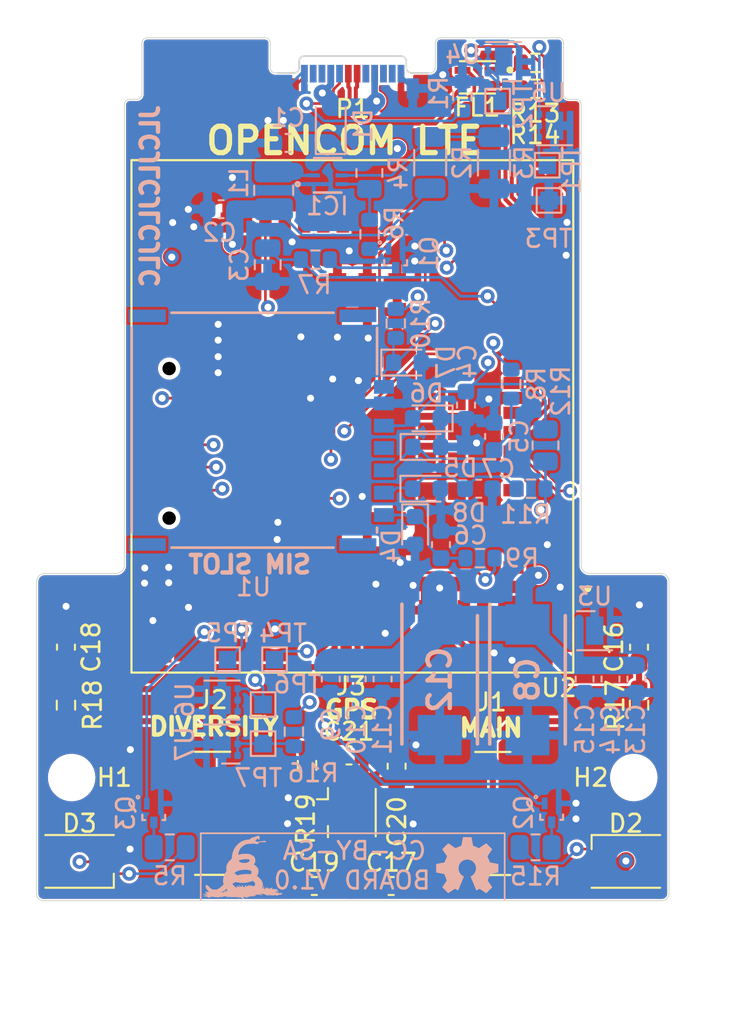
<source format=kicad_pcb>
(kicad_pcb (version 20221018) (generator pcbnew)

  (general
    (thickness 1.6)
  )

  (paper "A4")
  (layers
    (0 "F.Cu" signal)
    (1 "In1.Cu" signal)
    (2 "In2.Cu" signal)
    (31 "B.Cu" signal)
    (32 "B.Adhes" user "B.Adhesive")
    (33 "F.Adhes" user "F.Adhesive")
    (34 "B.Paste" user)
    (35 "F.Paste" user)
    (36 "B.SilkS" user "B.Silkscreen")
    (37 "F.SilkS" user "F.Silkscreen")
    (38 "B.Mask" user)
    (39 "F.Mask" user)
    (40 "Dwgs.User" user "User.Drawings")
    (41 "Cmts.User" user "User.Comments")
    (42 "Eco1.User" user "User.Eco1")
    (43 "Eco2.User" user "User.Eco2")
    (44 "Edge.Cuts" user)
    (45 "Margin" user)
    (46 "B.CrtYd" user "B.Courtyard")
    (47 "F.CrtYd" user "F.Courtyard")
    (48 "B.Fab" user)
    (49 "F.Fab" user)
    (50 "User.1" user)
    (51 "User.2" user)
    (52 "User.3" user)
    (53 "User.4" user)
    (54 "User.5" user)
    (55 "User.6" user)
    (56 "User.7" user)
    (57 "User.8" user)
    (58 "User.9" user)
  )

  (setup
    (stackup
      (layer "F.SilkS" (type "Top Silk Screen"))
      (layer "F.Paste" (type "Top Solder Paste"))
      (layer "F.Mask" (type "Top Solder Mask") (thickness 0.01))
      (layer "F.Cu" (type "copper") (thickness 0.035))
      (layer "dielectric 1" (type "prepreg") (thickness 0.1) (material "FR4") (epsilon_r 4.5) (loss_tangent 0.02))
      (layer "In1.Cu" (type "copper") (thickness 0.035))
      (layer "dielectric 2" (type "core") (thickness 1.24) (material "FR4") (epsilon_r 4.5) (loss_tangent 0.02))
      (layer "In2.Cu" (type "copper") (thickness 0.035))
      (layer "dielectric 3" (type "prepreg") (thickness 0.1) (material "FR4") (epsilon_r 4.5) (loss_tangent 0.02))
      (layer "B.Cu" (type "copper") (thickness 0.035))
      (layer "B.Mask" (type "Bottom Solder Mask") (thickness 0.01))
      (layer "B.Paste" (type "Bottom Solder Paste"))
      (layer "B.SilkS" (type "Bottom Silk Screen"))
      (copper_finish "None")
      (dielectric_constraints no)
    )
    (pad_to_mask_clearance 0)
    (pcbplotparams
      (layerselection 0x00010fc_ffffffff)
      (plot_on_all_layers_selection 0x0000000_00000000)
      (disableapertmacros false)
      (usegerberextensions false)
      (usegerberattributes true)
      (usegerberadvancedattributes true)
      (creategerberjobfile true)
      (dashed_line_dash_ratio 12.000000)
      (dashed_line_gap_ratio 3.000000)
      (svgprecision 4)
      (plotframeref false)
      (viasonmask false)
      (mode 1)
      (useauxorigin false)
      (hpglpennumber 1)
      (hpglpenspeed 20)
      (hpglpendiameter 15.000000)
      (dxfpolygonmode true)
      (dxfimperialunits true)
      (dxfusepcbnewfont true)
      (psnegative false)
      (psa4output false)
      (plotreference true)
      (plotvalue true)
      (plotinvisibletext false)
      (sketchpadsonfab false)
      (subtractmaskfromsilk false)
      (outputformat 1)
      (mirror false)
      (drillshape 1)
      (scaleselection 1)
      (outputdirectory "")
    )
  )

  (net 0 "")
  (net 1 "VBUS")
  (net 2 "GND")
  (net 3 "+3V8")
  (net 4 "/POWER_GOOD")
  (net 5 "/USIM_PRESENCE")
  (net 6 "/ANT_MAIN")
  (net 7 "/ANT_DIV")
  (net 8 "/ANT_GNSS")
  (net 9 "Net-(J3-In)")
  (net 10 "Net-(D1-A)")
  (net 11 "Net-(D2-K)")
  (net 12 "Net-(D3-K)")
  (net 13 "/USB_D+")
  (net 14 "/USB_D-")
  (net 15 "Net-(IC1-SW)")
  (net 16 "Net-(IC1-FB)")
  (net 17 "Net-(IC1-PG)")
  (net 18 "Net-(P1-CC)")
  (net 19 "unconnected-(P1-VCONN-PadB5)")
  (net 20 "Net-(Q1-B)")
  (net 21 "Net-(Q1-C)")
  (net 22 "/NETLIGHT")
  (net 23 "Net-(Q2-C)")
  (net 24 "/STATUS")
  (net 25 "Net-(Q3-C)")
  (net 26 "/USIM_RST")
  (net 27 "/USIM_CLK")
  (net 28 "/VDD_EXT")
  (net 29 "/USIM_DATA")
  (net 30 "Net-(R13-Pad1)")
  (net 31 "Net-(R14-Pad1)")
  (net 32 "Net-(R16-Pad2)")
  (net 33 "Net-(U2-DBG_TXD)")
  (net 34 "Net-(U2-DBG_RXD)")
  (net 35 "Net-(U2-USB_BOOT)")
  (net 36 "unconnected-(U1-VPP-PadC6)")
  (net 37 "unconnected-(U2-RESET_N-Pad17)")
  (net 38 "unconnected-(U2-PCM_DOUT-Pad7)")
  (net 39 "unconnected-(U2-PCM_DIN-Pad6)")
  (net 40 "unconnected-(U2-PCM_SYNC-Pad5)")
  (net 41 "unconnected-(U2-PCM_CLK-Pad4)")
  (net 42 "unconnected-(U2-RI-Pad39)")
  (net 43 "unconnected-(U2-DCD-Pad38)")
  (net 44 "unconnected-(U2-RTS-Pad37)")
  (net 45 "unconnected-(U2-CTS-Pad36)")
  (net 46 "unconnected-(U2-TXD-Pad35)")
  (net 47 "unconnected-(U2-RXD-Pad34)")
  (net 48 "unconnected-(U2-I2C_SCL-Pad40)")
  (net 49 "unconnected-(U2-I2C_SDA-Pad41)")
  (net 50 "unconnected-(U2-ADC0-Pad24)")
  (net 51 "unconnected-(U2-AP_READY-Pad19)")
  (net 52 "unconnected-(U2-DTR-Pad30)")
  (net 53 "unconnected-(U2-SPI_MISO-Pad28)")
  (net 54 "unconnected-(U2-SPI_MOSI-Pad27)")
  (net 55 "unconnected-(U2-SPI_CLK-Pad26)")
  (net 56 "unconnected-(U2-USIM2_RST-Pad85)")
  (net 57 "unconnected-(U2-USIM2_CLK-Pad84)")
  (net 58 "unconnected-(U2-USIM2_PRESENCE-Pad83)")
  (net 59 "unconnected-(U2-USIM2_DATA-Pad86)")
  (net 60 "unconnected-(U2-USIM2_VDD-Pad87)")
  (net 61 "/USIM_VDD")
  (net 62 "Net-(U1-RST)")
  (net 63 "Net-(U1-CLK)")
  (net 64 "Net-(U1-I{slash}O)")
  (net 65 "Net-(C17-Pad1)")
  (net 66 "Net-(C19-Pad1)")
  (net 67 "/USBC_D+")
  (net 68 "/USBC_D-")
  (net 69 "unconnected-(U2-RESERVED-Pad18)")

  (footprint "CONSMA002-SMD:LINX_CONSMA002-SMD" (layer "F.Cu") (at 151.725 141.275))

  (footprint "Resistor_SMD:R_0603_1608Metric" (layer "F.Cu") (at 154.15 98.575 180))

  (footprint "Resistor_SMD:R_0603_1608Metric_Pad0.98x0.95mm_HandSolder" (layer "F.Cu") (at 160.05 135.1125 -90))

  (footprint "LED_SMD:LED_Cree-PLCC4_3.2x2.8mm_CCW" (layer "F.Cu") (at 128.2 144 180))

  (footprint "Capacitor_SMD:C_0603_1608Metric_Pad1.08x0.95mm_HandSolder" (layer "F.Cu") (at 146.25 138.5875 -90))

  (footprint "Resistor_SMD:R_0603_1608Metric_Pad0.98x0.95mm_HandSolder" (layer "F.Cu") (at 141.15 138.5375 -90))

  (footprint "Connector_USB:USB_C_Plug_Molex_105444" (layer "F.Cu") (at 143.75 99.15))

  (footprint "MountingHole:MountingHole_2.2mm_M2" (layer "F.Cu") (at 159.75 139.23))

  (footprint "LED_SMD:LED_Cree-PLCC4_3.2x2.8mm_CCW" (layer "F.Cu") (at 159.3 144))

  (footprint "CONSMA002-SMD:LINX_CONSMA002-SMD" (layer "F.Cu") (at 135.775 141.265))

  (footprint "Capacitor_SMD:C_0603_1608Metric_Pad1.08x0.95mm_HandSolder" (layer "F.Cu") (at 160.05 131.8125 90))

  (footprint "Capacitor_SMD:C_0603_1608Metric_Pad1.08x0.95mm_HandSolder" (layer "F.Cu") (at 141.5625 145.4))

  (footprint "Capacitor_SMD:C_0603_1608Metric_Pad1.08x0.95mm_HandSolder" (layer "F.Cu") (at 127.425 131.8125 90))

  (footprint "Capacitor_SMD:C_0603_1608Metric_Pad1.08x0.95mm_HandSolder" (layer "F.Cu") (at 145.9375 145.4 180))

  (footprint "Capacitor_SMD:C_0603_1608Metric_Pad1.08x0.95mm_HandSolder" (layer "F.Cu") (at 143.5375 137.975))

  (footprint "Resistor_SMD:R_0603_1608Metric_Pad0.98x0.95mm_HandSolder" (layer "F.Cu") (at 127.425 135.1125 -90))

  (footprint "MountingHole:MountingHole_2.2mm_M2" (layer "F.Cu") (at 127.75 139.23))

  (footprint "Resistor_SMD:R_0603_1608Metric" (layer "F.Cu") (at 154.15 100.05 180))

  (footprint "DLW21SN900SQ2L:FIL_DLW21SN900SQ2L" (layer "F.Cu") (at 150.85 99.4 180))

  (footprint "EG95:XCVR_EG95" (layer "F.Cu")
    (tstamp f851ed5b-4e23-405b-b1aa-e8d65dde7576)
    (at 143.73 118.685 180)
    (property "MANUFACTURER" "Quectel")
    (property "MAXIMUM_PACKAGE_HEIGHT" "2.5mm")
    (property "PARTREV" "1.5")
    (property "STANDARD" "Manufacturer Recommendations")
    (property "Sheetfile" "Roamer.kicad_sch")
    (property "Sheetname" "")
    (path "/e6a6b14f-fc94-4e9b-b34c-71e0e50cdc39")
    (attr smd)
    (fp_text reference "U2" (at -11.76 -15.445) (layer "F.SilkS")
        (effects (font (size 1 1) (thickness 0.153)))
      (tstamp 1d464947-5842-4187-a9bd-c30a4e55b624)
    )
    (fp_text value "EG95" (at -12.635 15.715) (layer "F.Fab")
        (effects (font (size 1 1) (thickness 0.15)))
      (tstamp 7b80973e-b338-4301-a0a8-35a68cefc798)
    )
    (fp_circle (center -5.95 -4.25) (end -5.478 -4.25)
      (stroke (width 0) (type solid)) (fill solid) (layer "F.Paste") (tstamp 67d3b74d-81a9-43e5-82a0-a58ecb94a205))
    (fp_circle (center -5.95 -2.55) (end -5.478 -2.55)
      (stroke (width 0) (type solid)) (fill solid) (layer "F.Paste") (tstamp 12d7749c-79c9-41a7-b0f5-19f3bfe17632))
    (fp_circle (center -5.95 -0.85) (end -5.478 -0.85)
      (stroke (width 0) (type solid)) (fill solid) (layer "F.Paste") (tstamp 4e384b70-bee1-4f3c-923a-35ca47ab2658))
    (fp_circle (center -5.95 0.85) (end -5.478 0.85)
      (stroke (width 0) (type solid)) (fill solid) (layer "F.Paste") (tstamp 6d05fc8f-1146-4558-87f4-124d02db3765))
    (fp_circle (center -5.95 2.55) (end -5.478 2.55)
      (stroke (width 0) (type solid)) (fill solid) (layer "F.Paste") (tstamp 357ed333-a131-4460-9f03-f99d16791163))
    (fp_circle (center -5.95 4.25) (end -5.478 4.25)
      (stroke (width 0) (type solid)) (fill solid) (layer "F.Paste") (tstamp 63f94867-3c9e-4667-930a-fee0f1e2ebe2))
    (fp_circle (center -4.25 -4.25) (end -3.778 -4.25)
      (stroke (width 0) (type solid)) (fill solid) (layer "F.Paste") (tstamp 13cc66c6-7510-4e83-a694-d08949b734e5))
    (fp_circle (center -4.25 -2.55) (end -3.778 -2.55)
      (stroke (width 0) (type solid)) (fill solid) (layer "F.Paste") (tstamp 8c7a9cf3-ddbd-4b7c-bebc-49031a5e6d73))
    (fp_circle (center -4.25 -0.85) (end -3.778 -0.85)
      (stroke (width 0) (type solid)) (fill solid) (layer "F.Paste") (tstamp 3d9d3b4e-af9b-4dbc-9336-c29b3746faba))
    (fp_circle (center -4.25 0.85) (end -3.778 0.85)
      (stroke (width 0) (type solid)) (fill solid) (layer "F.Paste") (tstamp 690ddcd6-4d8e-42c0-ad75-ff9db3797b01))
    (fp_circle (center -4.25 2.55) (end -3.778 2.55)
      (stroke (width 0) (type solid)) (fill solid) (layer "F.Paste") (tstamp 75b36f97-51b2-4f40-b557-750c42c33062))
    (fp_circle (center -4.25 4.25) (end -3.778 4.25)
      (stroke (width 0) (type solid)) (fill solid) (layer "F.Paste") (tstamp 4e758d36-1513-487c-9267-fc087fa18d60))
    (fp_circle (center -2.55 -7.65) (end -2.078 -7.65)
      (stroke (width 0) (type solid)) (fill solid) (layer "F.Paste") (tstamp 3633692c-49f1-42ca-94b0-b891b5a33b8a))
    (fp_circle (center -2.55 -5.95) (end -2.078 -5.95)
      (stroke (width 0) (type solid)) (fill solid) (layer "F.Paste") (tstamp daf7962a-2a44-472f-b9c9-8c84ea1849f8))
    (fp_circle (center -2.55 5.95) (end -2.078 5.95)
      (stroke (width 0) (type solid)) (fill solid) (layer "F.Paste") (tstamp 32fabbac-dc5d-4778-92ac-b5c62bce09fe))
    (fp_circle (center -2.55 7.65) (end -2.078 7.65)
      (stroke (width 0) (type solid)) (fill solid) (layer "F.Paste") (tstamp b9df1aa6-a689-4293-8753-7c59f8230178))
    (fp_circle (center -0.85 -7.65) (end -0.378 -7.65)
      (stroke (width 0) (type solid)) (fill solid) (layer "F.Paste") (tstamp 4d0be172-5136-470d-b73a-7a8cb51ed73c))
    (fp_circle (center -0.85 -5.95) (end -0.378 -5.95)
      (stroke (width 0) (type solid)) (fill solid) (layer "F.Paste") (tstamp e9ad7bc7-db7f-41e8-8090-37c9b439c87a))
    (fp_circle (center -0.85 5.95) (end -0.378 5.95)
      (stroke (width 0) (type solid)) (fill solid) (layer "F.Paste") (tstamp 4a30cd4e-e496-41e4-82a6-3686d3ecb188))
    (fp_circle (center -0.85 7.65) (end -0.378 7.65)
      (stroke (width 0) (type solid)) (fill solid) (layer "F.Paste") (tstamp 55b8e7ce-c026-444a-87d3-c25fb53b51c9))
    (fp_circle (center 0.85 -7.65) (end 1.322 -7.65)
      (stroke (width 0) (type solid)) (fill solid) (layer "F.Paste") (tstamp 32b20396-c9b0-4873-b9ba-fa2c66fc98d1))
    (fp_circle (center 0.85 -5.95) (end 1.322 -5.95)
      (stroke (width 0) (type solid)) (fill solid) (layer "F.Paste") (tstamp e03b0b90-06f2-4e0d-a234-628bf843efeb))
    (fp_circle (center 0.85 5.95) (end 1.322 5.95)
      (stroke (width 0) (type solid)) (fill solid) (layer "F.Paste") (tstamp 117ba3fd-2c95-455c-a1fb-79870f2b7c3e))
    (fp_circle (center 0.85 7.65) (end 1.322 7.65)
      (stroke (width 0) (type solid)) (fill solid) (layer "F.Paste") (tstamp 9cebe8bb-5944-4532-84f3-4db69cb5a267))
    (fp_circle (center 2.55 -7.65) (end 3.022 -7.65)
      (stroke (width 0) (type solid)) (fill solid) (layer "F.Paste") (tstamp 4591d32e-0bfd-40f2-a436-d8c4a8df7b9c))
    (fp_circle (center 2.55 -5.95) (end 3.022 -5.95)
      (stroke (width 0) (type solid)) (fill solid) (layer "F.Paste") (tstamp 27feb6eb-48a0-44e1-945e-be4be8aa40cb))
    (fp_circle (center 2.55 5.95) (end 3.022 5.95)
      (stroke (width 0) (type solid)) (fill solid) (layer "F.Paste") (tstamp d0d20436-b778-4fa3-9675-56b791c3d56f))
    (fp_circle (center 2.55 7.65) (end 3.022 7.65)
      (stroke (width 0) (type solid)) (fill solid) (layer "F.Paste") (tstamp defa867d-6b76-49c8-bb58-cf6b459a29a2))
    (fp_circle (center 4.25 -4.25) (end 4.722 -4.25)
      (stroke (width 0) (type solid)) (fill solid) (layer "F.Paste") (tstamp 025de2ef-81a6-402c-bdfe-0f3340f36076))
    (fp_circle (center 4.25 -2.55) (end 4.722 -2.55)
      (stroke (width 0) (type solid)) (fill solid) (layer "F.Paste") (tstamp 920f3030-f3a9-49d9-98b1-ba1e7a6cde5b))
    (fp_circle (center 4.25 -0.85) (end 4.722 -0.85)
      (stroke (width 0) (type solid)) (fill solid) (layer "F.Paste") (tstamp cf2d715c-b57e-4e29-b1b7-62efa84a9561))
    (fp_circle (center 4.25 0.85) (end 4.722 0.85)
      (stroke (width 0) (type solid)) (fill solid) (layer "F.Paste") (tstamp ca71414b-1dcf-458c-9ec7-99f7644ea8d3))
    (fp_circle (center 4.25 2.55) (end 4.722 2.55)
      (stroke (width 0) (type solid)) (fill solid) (layer "F.Paste") (tstamp c74df507-238b-4f61-b908-673a0ad914c0))
    (fp_circle (center 4.25 4.25) (end 4.722 4.25)
      (stroke (width 0) (type solid)) (fill solid) (layer "F.Paste") (tstamp 89941a95-52f2-4f01-b5ae-ea2ee97dc086))
    (fp_circle (center 5.95 -4.25) (end 6.422 -4.25)
      (stroke (width 0) (type solid)) (fill solid) (layer "F.Paste") (tstamp 464d7fed-1c31-488c-ad54-5f06dec5a552))
    (fp_circle (center 5.95 -2.55) (end 6.422 -2.55)
      (stroke (width 0) (type solid)) (fill solid) (layer "F.Paste") (tstamp 7989918b-1f57-4399-89ef-f58e0c36eb2c))
    (fp_circle (center 5.95 -0.85) (end 6.422 -0.85)
      (stroke (width 0) (type solid)) (fill solid) (layer "F.Paste") (tstamp 338601a2-47bf-49f9-ba85-32e5a710140d))
    (fp_circle (center 5.95 0.85) (end 6.422 0.85)
      (stroke (width 0) (type solid)) (fill solid) (layer "F.Paste") (tstamp 12da4203-b063-4a2b-968e-3657dc112560))
    (fp_circle (center 5.95 2.55) (end 6.422 2.55)
      (stroke (width 0) (type solid)) (fill solid) (layer "F.Paste") (tstamp 7f6528a6-3a92-4aca-ba64-fc076fca4400))
    (fp_circle (center 5.95 4.25) (end 6.422 4.25)
      (stroke (width 0) (type solid)) (fill solid) (layer "F.Paste") (tstamp faf3a879-e27f-4ff1-b81f-1530938d56fc))
    (fp_poly
      (pts
        (xy -11.66 -13.66)
        (xy -10.64 -13.66)
        (xy -10.64 -12.64)
        (xy -11.66 -12.64)
      )

      (stroke (width 0.01) (type solid)) (fill solid) (layer "F.Paste") (tstamp a4cf9f7c-fc80-4a6e-8aed-8618a06b9c70))
    (fp_poly
      (pts
        (xy -10.54 13.56)
        (xy -10.78 13.56)
        (xy -11.56 12.78)
        (xy -11.56 12.54)
        (xy -10.54 12.54)
      )

      (stroke (width 0.0001) (type solid)) (fill solid) (layer "F.Paste") (tstamp 36e8bdf4-fab0-480a-ae07-fd85752c3d27))
    (fp_poly
      (pts
        (xy -10.54 13.56)
        (xy -10.78 13.56)
        (xy -11.56 12.78)
        (xy -11.56 12.54)
        (xy -10.54 12.54)
      )

      (stroke (width 0.0001) (type solid)) (fill solid) (layer "F.Paste") (tstamp fb33d6b7-c026-42c4-b8ab-e0e13b2d656e))
    (fp_poly
      (pts
        (xy 10.54 -13.56)
        (xy 10.78 -13.56)
        (xy 11.56 -12.78)
        (xy 11.56 -12.54)
        (xy 10.54 -12.54)
      )

      (stroke (width 0.0001) (type solid)) (fill solid) (layer "F.Paste") (tstamp 74c62a22-a856-4ac7-bb7a-1febdc12e728))
    (fp_poly
      (pts
        (xy 10.54 13.56)
        (xy 10.78 13.56)
        (xy 11.56 12.78)
        (xy 11.56 12.54)
        (xy 10.54 12.54)
      )

      (stroke (width 0.0001) (type solid)) (fill solid) (layer "F.Paste") (tstamp c4360858-c8a5-42dc-836e-f31e91c33908))
    (fp_poly
      (pts
        (xy -9.525 -9.98)
        (xy -8.825 -9.98)
        (xy -8.819 -9.98)
        (xy -8.814 -9.979)
        (xy -8.808 -9.979)
        (xy -8.802 -9.978)
        (xy -8.797 -9.976)
        (xy -8.791 -9.975)
        (xy -8.786 -9.973)
        (xy -8.78 -9.97)
        (xy -8.775 -9.968)
        (xy -8.77 -9.965)
        (xy -8.765 -9.962)
        (xy -8.76 -9.959)
        (xy -8.756 -9.955)
        (xy -8.751 -9.952)
        (xy -8.747 -9.948)
        (xy -8.743 -9.944)
        (xy -8.74 -9.939)
        (xy -8.736 -9.935)
        (xy -8.733 -9.93)
        (xy -8.73 -9.925)
        (xy -8.727 -9.92)
        (xy -8.725 -9.915)
        (xy -8.722 -9.909)
        (xy -8.72 -9.904)
        (xy -8.719 -9.898)
        (xy -8.717 -9.893)
        (xy -8.716 -9.887)
        (xy -8.716 -9.881)
        (xy -8.715 -9.876)
        (xy -8.715 -9.87)
        (xy -8.715 -9.53)
        (xy -8.715 -9.524)
        (xy -8.716 -9.519)
        (xy -8.716 -9.513)
        (xy -8.717 -9.507)
        (xy -8.719 -9.502)
        (xy -8.72 -9.496)
        (xy -8.722 -9.491)
        (xy -8.725 -9.485)
        (xy -8.727 -9.48)
        (xy -8.73 -9.475)
        (xy -8.733 -9.47)
        (xy -8.736 -9.465)
        (xy -8.74 -9.461)
        (xy -8.743 -9.456)
        (xy -8.747 -9.452)
        (xy -8.751 -9.448)
        (xy -8.756 -9.445)
        (xy -8.76 -9.441)
        (xy -8.765 -9.438)
        (xy -8.77 -9.435)
        (xy -8.775 -9.432)
        (xy -8.78 -9.43)
        (xy -8.786 -9.427)
        (xy -8.791 -9.425)
        (xy -8.797 -9.424)
        (xy -8.802 -9.422)
        (xy -8.808 -9.421)
        (xy -8.814 -9.421)
        (xy -8.819 -9.42)
        (xy -8.825 -9.42)
        (xy -9.525 -9.42)
        (xy -9.531 -9.42)
        (xy -9.536 -9.421)
        (xy -9.542 -9.421)
        (xy -9.548 -9.422)
        (xy -9.553 -9.424)
        (xy -9.559 -9.425)
        (xy -9.564 -9.427)
        (xy -9.57 -9.43)
        (xy -9.575 -9.432)
        (xy -9.58 -9.435)
        (xy -9.585 -9.438)
        (xy -9.59 -9.441)
        (xy -9.594 -9.445)
        (xy -9.599 -9.448)
        (xy -9.603 -9.452)
        (xy -9.607 -9.456)
        (xy -9.61 -9.461)
        (xy -9.614 -9.465)
        (xy -9.617 -9.47)
        (xy -9.62 -9.475)
        (xy -9.623 -9.48)
        (xy -9.625 -9.485)
        (xy -9.628 -9.491)
        (xy -9.63 -9.496)
        (xy -9.631 -9.502)
        (xy -9.633 -9.507)
        (xy -9.634 -9.513)
        (xy -9.634 -9.519)
        (xy -9.635 -9.524)
        (xy -9.635 -9.53)
        (xy -9.635 -9.87)
        (xy -9.635 -9.876)
        (xy -9.634 -9.881)
        (xy -9.634 -9.887)
        (xy -9.633 -9.893)
        (xy -9.631 -9.898)
        (xy -9.63 -9.904)
        (xy -9.628 -9.909)
        (xy -9.625 -9.915)
        (xy -9.623 -9.92)
        (xy -9.62 -9.925)
        (xy -9.617 -9.93)
        (xy -9.614 -9.935)
        (xy -9.61 -9.939)
        (xy -9.607 -9.944)
        (xy -9.603 -9.948)
        (xy -9.599 -9.952)
        (xy -9.594 -9.955)
        (xy -9.59 -9.959)
        (xy -9.585 -9.962)
        (xy -9.58 -9.965)
        (xy -9.575 -9.968)
        (xy -9.57 -9.97)
        (xy -9.564 -9.973)
        (xy -9.559 -9.975)
        (xy -9.553 -9.976)
        (xy -9.548 -9.978)
        (xy -9.542 -9.979)
        (xy -9.536 -9.979)
        (xy -9.531 -9.98)
        (xy -9.525 -9.98)
      )

      (stroke (width 0.0001) (type solid)) (fill solid) (layer "F.Paste") (tstamp 381fb920-c57b-4d2c-bff1-181bec3e7f23))
    (fp_poly
      (pts
        (xy -9.525 -8.88)
        (xy -8.825 -8.88)
        (xy -8.819 -8.88)
        (xy -8.814 -8.879)
        (xy -8.808 -8.879)
        (xy -8.802 -8.878)
        (xy -8.797 -8.876)
        (xy -8.791 -8.875)
        (xy -8.786 -8.873)
        (xy -8.78 -8.87)
        (xy -8.775 -8.868)
        (xy -8.77 -8.865)
        (xy -8.765 -8.862)
        (xy -8.76 -8.859)
        (xy -8.756 -8.855)
        (xy -8.751 -8.852)
        (xy -8.747 -8.848)
        (xy -8.743 -8.844)
        (xy -8.74 -8.839)
        (xy -8.736 -8.835)
        (xy -8.733 -8.83)
        (xy -8.73 -8.825)
        (xy -8.727 -8.82)
        (xy -8.725 -8.815)
        (xy -8.722 -8.809)
        (xy -8.72 -8.804)
        (xy -8.719 -8.798)
        (xy -8.717 -8.793)
        (xy -8.716 -8.787)
        (xy -8.716 -8.781)
        (xy -8.715 -8.776)
        (xy -8.715 -8.77)
        (xy -8.715 -8.43)
        (xy -8.715 -8.424)
        (xy -8.716 -8.419)
        (xy -8.716 -8.413)
        (xy -8.717 -8.407)
        (xy -8.719 -8.402)
        (xy -8.72 -8.396)
        (xy -8.722 -8.391)
        (xy -8.725 -8.385)
        (xy -8.727 -8.38)
        (xy -8.73 -8.375)
        (xy -8.733 -8.37)
        (xy -8.736 -8.365)
        (xy -8.74 -8.361)
        (xy -8.743 -8.356)
        (xy -8.747 -8.352)
        (xy -8.751 -8.348)
        (xy -8.756 -8.345)
        (xy -8.76 -8.341)
        (xy -8.765 -8.338)
        (xy -8.77 -8.335)
        (xy -8.775 -8.332)
        (xy -8.78 -8.33)
        (xy -8.786 -8.327)
        (xy -8.791 -8.325)
        (xy -8.797 -8.324)
        (xy -8.802 -8.322)
        (xy -8.808 -8.321)
        (xy -8.814 -8.321)
        (xy -8.819 -8.32)
        (xy -8.825 -8.32)
        (xy -9.525 -8.32)
        (xy -9.531 -8.32)
        (xy -9.536 -8.321)
        (xy -9.542 -8.321)
        (xy -9.548 -8.322)
        (xy -9.553 -8.324)
        (xy -9.559 -8.325)
        (xy -9.564 -8.327)
        (xy -9.57 -8.33)
        (xy -9.575 -8.332)
        (xy -9.58 -8.335)
        (xy -9.585 -8.338)
        (xy -9.59 -8.341)
        (xy -9.594 -8.345)
        (xy -9.599 -8.348)
        (xy -9.603 -8.352)
        (xy -9.607 -8.356)
        (xy -9.61 -8.361)
        (xy -9.614 -8.365)
        (xy -9.617 -8.37)
        (xy -9.62 -8.375)
        (xy -9.623 -8.38)
        (xy -9.625 -8.385)
        (xy -9.628 -8.391)
        (xy -9.63 -8.396)
        (xy -9.631 -8.402)
        (xy -9.633 -8.407)
        (xy -9.634 -8.413)
        (xy -9.634 -8.419)
        (xy -9.635 -8.424)
        (xy -9.635 -8.43)
        (xy -9.635 -8.77)
        (xy -9.635 -8.776)
        (xy -9.634 -8.781)
        (xy -9.634 -8.787)
        (xy -9.633 -8.793)
        (xy -9.631 -8.798)
        (xy -9.63 -8.804)
        (xy -9.628 -8.809)
        (xy -9.625 -8.815)
        (xy -9.623 -8.82)
        (xy -9.62 -8.825)
        (xy -9.617 -8.83)
        (xy -9.614 -8.835)
        (xy -9.61 -8.839)
        (xy -9.607 -8.844)
        (xy -9.603 -8.848)
        (xy -9.599 -8.852)
        (xy -9.594 -8.855)
        (xy -9.59 -8.859)
        (xy -9.585 -8.862)
        (xy -9.58 -8.865)
        (xy -9.575 -8.868)
        (xy -9.57 -8.87)
        (xy -9.564 -8.873)
        (xy -9.559 -8.875)
        (xy -9.553 -8.876)
        (xy -9.548 -8.878)
        (xy -9.542 -8.879)
        (xy -9.536 -8.879)
        (xy -9.531 -8.88)
        (xy -9.525 -8.88)
      )

      (stroke (width 0.0001) (type solid)) (fill solid) (layer "F.Paste") (tstamp 15a79106-df97-4493-8a49-601ca5566463))
    (fp_poly
      (pts
        (xy -9.525 -7.78)
        (xy -8.825 -7.78)
        (xy -8.819 -7.78)
        (xy -8.814 -7.779)
        (xy -8.808 -7.779)
        (xy -8.802 -7.778)
        (xy -8.797 -7.776)
        (xy -8.791 -7.775)
        (xy -8.786 -7.773)
        (xy -8.78 -7.77)
        (xy -8.775 -7.768)
        (xy -8.77 -7.765)
        (xy -8.765 -7.762)
        (xy -8.76 -7.759)
        (xy -8.756 -7.755)
        (xy -8.751 -7.752)
        (xy -8.747 -7.748)
        (xy -8.743 -7.744)
        (xy -8.74 -7.739)
        (xy -8.736 -7.735)
        (xy -8.733 -7.73)
        (xy -8.73 -7.725)
        (xy -8.727 -7.72)
        (xy -8.725 -7.715)
        (xy -8.722 -7.709)
        (xy -8.72 -7.704)
        (xy -8.719 -7.698)
        (xy -8.717 -7.693)
        (xy -8.716 -7.687)
        (xy -8.716 -7.681)
        (xy -8.715 -7.676)
        (xy -8.715 -7.67)
        (xy -8.715 -7.33)
        (xy -8.715 -7.324)
        (xy -8.716 -7.319)
        (xy -8.716 -7.313)
        (xy -8.717 -7.307)
        (xy -8.719 -7.302)
        (xy -8.72 -7.296)
        (xy -8.722 -7.291)
        (xy -8.725 -7.285)
        (xy -8.727 -7.28)
        (xy -8.73 -7.275)
        (xy -8.733 -7.27)
        (xy -8.736 -7.265)
        (xy -8.74 -7.261)
        (xy -8.743 -7.256)
        (xy -8.747 -7.252)
        (xy -8.751 -7.248)
        (xy -8.756 -7.245)
        (xy -8.76 -7.241)
        (xy -8.765 -7.238)
        (xy -8.77 -7.235)
        (xy -8.775 -7.232)
        (xy -8.78 -7.23)
        (xy -8.786 -7.227)
        (xy -8.791 -7.225)
        (xy -8.797 -7.224)
        (xy -8.802 -7.222)
        (xy -8.808 -7.221)
        (xy -8.814 -7.221)
        (xy -8.819 -7.22)
        (xy -8.825 -7.22)
        (xy -9.525 -7.22)
        (xy -9.531 -7.22)
        (xy -9.536 -7.221)
        (xy -9.542 -7.221)
        (xy -9.548 -7.222)
        (xy -9.553 -7.224)
        (xy -9.559 -7.225)
        (xy -9.564 -7.227)
        (xy -9.57 -7.23)
        (xy -9.575 -7.232)
        (xy -9.58 -7.235)
        (xy -9.585 -7.238)
        (xy -9.59 -7.241)
        (xy -9.594 -7.245)
        (xy -9.599 -7.248)
        (xy -9.603 -7.252)
        (xy -9.607 -7.256)
        (xy -9.61 -7.261)
        (xy -9.614 -7.265)
        (xy -9.617 -7.27)
        (xy -9.62 -7.275)
        (xy -9.623 -7.28)
        (xy -9.625 -7.285)
        (xy -9.628 -7.291)
        (xy -9.63 -7.296)
        (xy -9.631 -7.302)
        (xy -9.633 -7.307)
        (xy -9.634 -7.313)
        (xy -9.634 -7.319)
        (xy -9.635 -7.324)
        (xy -9.635 -7.33)
        (xy -9.635 -7.67)
        (xy -9.635 -7.676)
        (xy -9.634 -7.681)
        (xy -9.634 -7.687)
        (xy -9.633 -7.693)
        (xy -9.631 -7.698)
        (xy -9.63 -7.704)
        (xy -9.628 -7.709)
        (xy -9.625 -7.715)
        (xy -9.623 -7.72)
        (xy -9.62 -7.725)
        (xy -9.617 -7.73)
        (xy -9.614 -7.735)
        (xy -9.61 -7.739)
        (xy -9.607 -7.744)
        (xy -9.603 -7.748)
        (xy -9.599 -7.752)
        (xy -9.594 -7.755)
        (xy -9.59 -7.759)
        (xy -9.585 -7.762)
        (xy -9.58 -7.765)
        (xy -9.575 -7.768)
        (xy -9.57 -7.77)
        (xy -9.564 -7.773)
        (xy -9.559 -7.775)
        (xy -9.553 -7.776)
        (xy -9.548 -7.778)
        (xy -9.542 -7.779)
        (xy -9.536 -7.779)
        (xy -9.531 -7.78)
        (xy -9.525 -7.78)
      )

      (stroke (width 0.0001) (type solid)) (fill solid) (layer "F.Paste") (tstamp 0c575af3-6ed1-46a3-bfde-38643bb7e524))
    (fp_poly
      (pts
        (xy -9.525 -6.68)
        (xy -8.825 -6.68)
        (xy -8.819 -6.68)
        (xy -8.814 -6.679)
        (xy -8.808 -6.679)
        (xy -8.802 -6.678)
        (xy -8.797 -6.676)
        (xy -8.791 -6.675)
        (xy -8.786 -6.673)
        (xy -8.78 -6.67)
        (xy -8.775 -6.668)
        (xy -8.77 -6.665)
        (xy -8.765 -6.662)
        (xy -8.76 -6.659)
        (xy -8.756 -6.655)
        (xy -8.751 -6.652)
        (xy -8.747 -6.648)
        (xy -8.743 -6.644)
        (xy -8.74 -6.639)
        (xy -8.736 -6.635)
        (xy -8.733 -6.63)
        (xy -8.73 -6.625)
        (xy -8.727 -6.62)
        (xy -8.725 -6.615)
        (xy -8.722 -6.609)
        (xy -8.72 -6.604)
        (xy -8.719 -6.598)
        (xy -8.717 -6.593)
        (xy -8.716 -6.587)
        (xy -8.716 -6.581)
        (xy -8.715 -6.576)
        (xy -8.715 -6.57)
        (xy -8.715 -6.23)
        (xy -8.715 -6.224)
        (xy -8.716 -6.219)
        (xy -8.716 -6.213)
        (xy -8.717 -6.207)
        (xy -8.719 -6.202)
        (xy -8.72 -6.196)
        (xy -8.722 -6.191)
        (xy -8.725 -6.185)
        (xy -8.727 -6.18)
        (xy -8.73 -6.175)
        (xy -8.733 -6.17)
        (xy -8.736 -6.165)
        (xy -8.74 -6.161)
        (xy -8.743 -6.156)
        (xy -8.747 -6.152)
        (xy -8.751 -6.148)
        (xy -8.756 -6.145)
        (xy -8.76 -6.141)
        (xy -8.765 -6.138)
        (xy -8.77 -6.135)
        (xy -8.775 -6.132)
        (xy -8.78 -6.13)
        (xy -8.786 -6.127)
        (xy -8.791 -6.125)
        (xy -8.797 -6.124)
        (xy -8.802 -6.122)
        (xy -8.808 -6.121)
        (xy -8.814 -6.121)
        (xy -8.819 -6.12)
        (xy -8.825 -6.12)
        (xy -9.525 -6.12)
        (xy -9.531 -6.12)
        (xy -9.536 -6.121)
        (xy -9.542 -6.121)
        (xy -9.548 -6.122)
        (xy -9.553 -6.124)
        (xy -9.559 -6.125)
        (xy -9.564 -6.127)
        (xy -9.57 -6.13)
        (xy -9.575 -6.132)
        (xy -9.58 -6.135)
        (xy -9.585 -6.138)
        (xy -9.59 -6.141)
        (xy -9.594 -6.145)
        (xy -9.599 -6.148)
        (xy -9.603 -6.152)
        (xy -9.607 -6.156)
        (xy -9.61 -6.161)
        (xy -9.614 -6.165)
        (xy -9.617 -6.17)
        (xy -9.62 -6.175)
        (xy -9.623 -6.18)
        (xy -9.625 -6.185)
        (xy -9.628 -6.191)
        (xy -9.63 -6.196)
        (xy -9.631 -6.202)
        (xy -9.633 -6.207)
        (xy -9.634 -6.213)
        (xy -9.634 -6.219)
        (xy -9.635 -6.224)
        (xy -9.635 -6.23)
        (xy -9.635 -6.57)
        (xy -9.635 -6.576)
        (xy -9.634 -6.581)
        (xy -9.634 -6.587)
        (xy -9.633 -6.593)
        (xy -9.631 -6.598)
        (xy -9.63 -6.604)
        (xy -9.628 -6.609)
        (xy -9.625 -6.615)
        (xy -9.623 -6.62)
        (xy -9.62 -6.625)
        (xy -9.617 -6.63)
        (xy -9.614 -6.635)
        (xy -9.61 -6.639)
        (xy -9.607 -6.644)
        (xy -9.603 -6.648)
        (xy -9.599 -6.652)
        (xy -9.594 -6.655)
        (xy -9.59 -6.659)
        (xy -9.585 -6.662)
        (xy -9.58 -6.665)
        (xy -9.575 -6.668)
        (xy -9.57 -6.67)
        (xy -9.564 -6.673)
        (xy -9.559 -6.675)
        (xy -9.553 -6.676)
        (xy -9.548 -6.678)
        (xy -9.542 -6.679)
        (xy -9.536 -6.679)
        (xy -9.531 -6.68)
        (xy -9.525 -6.68)
      )

      (stroke (width 0.0001) (type solid)) (fill solid) (layer "F.Paste") (tstamp 4a9d6eca-1bec-49f3-8d4a-6444aca6165c))
    (fp_poly
      (pts
        (xy -9.525 -5.58)
        (xy -8.825 -5.58)
        (xy -8.819 -5.58)
        (xy -8.814 -5.579)
        (xy -8.808 -5.579)
        (xy -8.802 -5.578)
        (xy -8.797 -5.576)
        (xy -8.791 -5.575)
        (xy -8.786 -5.573)
        (xy -8.78 -5.57)
        (xy -8.775 -5.568)
        (xy -8.77 -5.565)
        (xy -8.765 -5.562)
        (xy -8.76 -5.559)
        (xy -8.756 -5.555)
        (xy -8.751 -5.552)
        (xy -8.747 -5.548)
        (xy -8.743 -5.544)
        (xy -8.74 -5.539)
        (xy -8.736 -5.535)
        (xy -8.733 -5.53)
        (xy -8.73 -5.525)
        (xy -8.727 -5.52)
        (xy -8.725 -5.515)
        (xy -8.722 -5.509)
        (xy -8.72 -5.504)
        (xy -8.719 -5.498)
        (xy -8.717 -5.493)
        (xy -8.716 -5.487)
        (xy -8.716 -5.481)
        (xy -8.715 -5.476)
        (xy -8.715 -5.47)
        (xy -8.715 -5.13)
        (xy -8.715 -5.124)
        (xy -8.716 -5.119)
        (xy -8.716 -5.113)
        (xy -8.717 -5.107)
        (xy -8.719 -5.102)
        (xy -8.72 -5.096)
        (xy -8.722 -5.091)
        (xy -8.725 -5.085)
        (xy -8.727 -5.08)
        (xy -8.73 -5.075)
        (xy -8.733 -5.07)
        (xy -8.736 -5.065)
        (xy -8.74 -5.061)
        (xy -8.743 -5.056)
        (xy -8.747 -5.052)
        (xy -8.751 -5.048)
        (xy -8.756 -5.045)
        (xy -8.76 -5.041)
        (xy -8.765 -5.038)
        (xy -8.77 -5.035)
        (xy -8.775 -5.032)
        (xy -8.78 -5.03)
        (xy -8.786 -5.027)
        (xy -8.791 -5.025)
        (xy -8.797 -5.024)
        (xy -8.802 -5.022)
        (xy -8.808 -5.021)
        (xy -8.814 -5.021)
        (xy -8.819 -5.02)
        (xy -8.825 -5.02)
        (xy -9.525 -5.02)
        (xy -9.531 -5.02)
        (xy -9.536 -5.021)
        (xy -9.542 -5.021)
        (xy -9.548 -5.022)
        (xy -9.553 -5.024)
        (xy -9.559 -5.025)
        (xy -9.564 -5.027)
        (xy -9.57 -5.03)
        (xy -9.575 -5.032)
        (xy -9.58 -5.035)
        (xy -9.585 -5.038)
        (xy -9.59 -5.041)
        (xy -9.594 -5.045)
        (xy -9.599 -5.048)
        (xy -9.603 -5.052)
        (xy -9.607 -5.056)
        (xy -9.61 -5.061)
        (xy -9.614 -5.065)
        (xy -9.617 -5.07)
        (xy -9.62 -5.075)
        (xy -9.623 -5.08)
        (xy -9.625 -5.085)
        (xy -9.628 -5.091)
        (xy -9.63 -5.096)
        (xy -9.631 -5.102)
        (xy -9.633 -5.107)
        (xy -9.634 -5.113)
        (xy -9.634 -5.119)
        (xy -9.635 -5.124)
        (xy -9.635 -5.13)
        (xy -9.635 -5.47)
        (xy -9.635 -5.476)
        (xy -9.634 -5.481)
        (xy -9.634 -5.487)
        (xy -9.633 -5.493)
        (xy -9.631 -5.498)
        (xy -9.63 -5.504)
        (xy -9.628 -5.509)
        (xy -9.625 -5.515)
        (xy -9.623 -5.52)
        (xy -9.62 -5.525)
        (xy -9.617 -5.53)
        (xy -9.614 -5.535)
        (xy -9.61 -5.539)
        (xy -9.607 -5.544)
        (xy -9.603 -5.548)
        (xy -9.599 -5.552)
        (xy -9.594 -5.555)
        (xy -9.59 -5.559)
        (xy -9.585 -5.562)
        (xy -9.58 -5.565)
        (xy -9.575 -5.568)
        (xy -9.57 -5.57)
        (xy -9.564 -5.573)
        (xy -9.559 -5.575)
        (xy -9.553 -5.576)
        (xy -9.548 -5.578)
        (xy -9.542 -5.579)
        (xy -9.536 -5.579)
        (xy -9.531 -5.58)
        (xy -9.525 -5.58)
      )

      (stroke (width 0.0001) (type solid)) (fill solid) (layer "F.Paste") (tstamp e40f3414-f91c-4fbd-a4de-8dc5493441cf))
    (fp_poly
      (pts
        (xy -9.525 -4.48)
        (xy -8.825 -4.48)
        (xy -8.819 -4.48)
        (xy -8.814 -4.479)
        (xy -8.808 -4.479)
        (xy -8.802 -4.478)
        (xy -8.797 -4.476)
        (xy -8.791 -4.475)
        (xy -8.786 -4.473)
        (xy -8.78 -4.47)
        (xy -8.775 -4.468)
        (xy -8.77 -4.465)
        (xy -8.765 -4.462)
        (xy -8.76 -4.459)
        (xy -8.756 -4.455)
        (xy -8.751 -4.452)
        (xy -8.747 -4.448)
        (xy -8.743 -4.444)
        (xy -8.74 -4.439)
        (xy -8.736 -4.435)
        (xy -8.733 -4.43)
        (xy -8.73 -4.425)
        (xy -8.727 -4.42)
        (xy -8.725 -4.415)
        (xy -8.722 -4.409)
        (xy -8.72 -4.404)
        (xy -8.719 -4.398)
        (xy -8.717 -4.393)
        (xy -8.716 -4.387)
        (xy -8.716 -4.381)
        (xy -8.715 -4.376)
        (xy -8.715 -4.37)
        (xy -8.715 -4.03)
        (xy -8.715 -4.024)
        (xy -8.716 -4.019)
        (xy -8.716 -4.013)
        (xy -8.717 -4.007)
        (xy -8.719 -4.002)
        (xy -8.72 -3.996)
        (xy -8.722 -3.991)
        (xy -8.725 -3.985)
        (xy -8.727 -3.98)
        (xy -8.73 -3.975)
        (xy -8.733 -3.97)
        (xy -8.736 -3.965)
        (xy -8.74 -3.961)
        (xy -8.743 -3.956)
        (xy -8.747 -3.952)
        (xy -8.751 -3.948)
        (xy -8.756 -3.945)
        (xy -8.76 -3.941)
        (xy -8.765 -3.938)
        (xy -8.77 -3.935)
        (xy -8.775 -3.932)
        (xy -8.78 -3.93)
        (xy -8.786 -3.927)
        (xy -8.791 -3.925)
        (xy -8.797 -3.924)
        (xy -8.802 -3.922)
        (xy -8.808 -3.921)
        (xy -8.814 -3.921)
        (xy -8.819 -3.92)
        (xy -8.825 -3.92)
        (xy -9.525 -3.92)
        (xy -9.531 -3.92)
        (xy -9.536 -3.921)
        (xy -9.542 -3.921)
        (xy -9.548 -3.922)
        (xy -9.553 -3.924)
        (xy -9.559 -3.925)
        (xy -9.564 -3.927)
        (xy -9.57 -3.93)
        (xy -9.575 -3.932)
        (xy -9.58 -3.935)
        (xy -9.585 -3.938)
        (xy -9.59 -3.941)
        (xy -9.594 -3.945)
        (xy -9.599 -3.948)
        (xy -9.603 -3.952)
        (xy -9.607 -3.956)
        (xy -9.61 -3.961)
        (xy -9.614 -3.965)
        (xy -9.617 -3.97)
        (xy -9.62 -3.975)
        (xy -9.623 -3.98)
        (xy -9.625 -3.985)
        (xy -9.628 -3.991)
        (xy -9.63 -3.996)
        (xy -9.631 -4.002)
        (xy -9.633 -4.007)
        (xy -9.634 -4.013)
        (xy -9.634 -4.019)
        (xy -9.635 -4.024)
        (xy -9.635 -4.03)
        (xy -9.635 -4.37)
        (xy -9.635 -4.376)
        (xy -9.634 -4.381)
        (xy -9.634 -4.387)
        (xy -9.633 -4.393)
        (xy -9.631 -4.398)
        (xy -9.63 -4.404)
        (xy -9.628 -4.409)
        (xy -9.625 -4.415)
        (xy -9.623 -4.42)
        (xy -9.62 -4.425)
        (xy -9.617 -4.43)
        (xy -9.614 -4.435)
        (xy -9.61 -4.439)
        (xy -9.607 -4.444)
        (xy -9.603 -4.448)
        (xy -9.599 -4.452)
        (xy -9.594 -4.455)
        (xy -9.59 -4.459)
        (xy -9.585 -4.462)
        (xy -9.58 -4.465)
        (xy -9.575 -4.468)
        (xy -9.57 -4.47)
        (xy -9.564 -4.473)
        (xy -9.559 -4.475)
        (xy -9.553 -4.476)
        (xy -9.548 -4.478)
        (xy -9.542 -4.479)
        (xy -9.536 -4.479)
        (xy -9.531 -4.48)
        (xy -9.525 -4.48)
      )

      (stroke (width 0.0001) (type solid)) (fill solid) (layer "F.Paste") (tstamp 632251aa-57d5-41fd-a286-0fe541e8b458))
    (fp_poly
      (pts
        (xy -9.525 -3.38)
        (xy -8.825 -3.38)
        (xy -8.819 -3.38)
        (xy -8.814 -3.379)
        (xy -8.808 -3.379)
        (xy -8.802 -3.378)
        (xy -8.797 -3.376)
        (xy -8.791 -3.375)
        (xy -8.786 -3.373)
        (xy -8.78 -3.37)
        (xy -8.775 -3.368)
        (xy -8.77 -3.365)
        (xy -8.765 -3.362)
        (xy -8.76 -3.359)
        (xy -8.756 -3.355)
        (xy -8.751 -3.352)
        (xy -8.747 -3.348)
        (xy -8.743 -3.344)
        (xy -8.74 -3.339)
        (xy -8.736 -3.335)
        (xy -8.733 -3.33)
        (xy -8.73 -3.325)
        (xy -8.727 -3.32)
        (xy -8.725 -3.315)
        (xy -8.722 -3.309)
        (xy -8.72 -3.304)
        (xy -8.719 -3.298)
        (xy -8.717 -3.293)
        (xy -8.716 -3.287)
        (xy -8.716 -3.281)
        (xy -8.715 -3.276)
        (xy -8.715 -3.27)
        (xy -8.715 -2.93)
        (xy -8.715 -2.924)
        (xy -8.716 -2.919)
        (xy -8.716 -2.913)
        (xy -8.717 -2.907)
        (xy -8.719 -2.902)
        (xy -8.72 -2.896)
        (xy -8.722 -2.891)
        (xy -8.725 -2.885)
        (xy -8.727 -2.88)
        (xy -8.73 -2.875)
        (xy -8.733 -2.87)
        (xy -8.736 -2.865)
        (xy -8.74 -2.861)
        (xy -8.743 -2.856)
        (xy -8.747 -2.852)
        (xy -8.751 -2.848)
        (xy -8.756 -2.845)
        (xy -8.76 -2.841)
        (xy -8.765 -2.838)
        (xy -8.77 -2.835)
        (xy -8.775 -2.832)
        (xy -8.78 -2.83)
        (xy -8.786 -2.827)
        (xy -8.791 -2.825)
        (xy -8.797 -2.824)
        (xy -8.802 -2.822)
        (xy -8.808 -2.821)
        (xy -8.814 -2.821)
        (xy -8.819 -2.82)
        (xy -8.825 -2.82)
        (xy -9.525 -2.82)
        (xy -9.531 -2.82)
        (xy -9.536 -2.821)
        (xy -9.542 -2.821)
        (xy -9.548 -2.822)
        (xy -9.553 -2.824)
        (xy -9.559 -2.825)
        (xy -9.564 -2.827)
        (xy -9.57 -2.83)
        (xy -9.575 -2.832)
        (xy -9.58 -2.835)
        (xy -9.585 -2.838)
        (xy -9.59 -2.841)
        (xy -9.594 -2.845)
        (xy -9.599 -2.848)
        (xy -9.603 -2.852)
        (xy -9.607 -2.856)
        (xy -9.61 -2.861)
        (xy -9.614 -2.865)
        (xy -9.617 -2.87)
        (xy -9.62 -2.875)
        (xy -9.623 -2.88)
        (xy -9.625 -2.885)
        (xy -9.628 -2.891)
        (xy -9.63 -2.896)
        (xy -9.631 -2.902)
        (xy -9.633 -2.907)
        (xy -9.634 -2.913)
        (xy -9.634 -2.919)
        (xy -9.635 -2.924)
        (xy -9.635 -2.93)
        (xy -9.635 -3.27)
        (xy -9.635 -3.276)
        (xy -9.634 -3.281)
        (xy -9.634 -3.287)
        (xy -9.633 -3.293)
        (xy -9.631 -3.298)
        (xy -9.63 -3.304)
        (xy -9.628 -3.309)
        (xy -9.625 -3.315)
        (xy -9.623 -3.32)
        (xy -9.62 -3.325)
        (xy -9.617 -3.33)
        (xy -9.614 -3.335)
        (xy -9.61 -3.339)
        (xy -9.607 -3.344)
        (xy -9.603 -3.348)
        (xy -9.599 -3.352)
        (xy -9.594 -3.355)
        (xy -9.59 -3.359)
        (xy -9.585 -3.362)
        (xy -9.58 -3.365)
        (xy -9.575 -3.368)
        (xy -9.57 -3.37)
        (xy -9.564 -3.373)
        (xy -9.559 -3.375)
        (xy -9.553 -3.376)
        (xy -9.548 -3.378)
        (xy -9.542 -3.379)
        (xy -9.536 -3.379)
        (xy -9.531 -3.38)
        (xy -9.525 -3.38)
      )

      (stroke (width 0.0001) (type solid)) (fill solid) (layer "F.Paste") (tstamp 165f453a-045e-47a7-9b07-2475fb0ac687))
    (fp_poly
      (pts
        (xy -9.525 -2.28)
        (xy -8.825 -2.28)
        (xy -8.819 -2.28)
        (xy -8.814 -2.279)
        (xy -8.808 -2.279)
        (xy -8.802 -2.278)
        (xy -8.797 -2.276)
        (xy -8.791 -2.275)
        (xy -8.786 -2.273)
        (xy -8.78 -2.27)
        (xy -8.775 -2.268)
        (xy -8.77 -2.265)
        (xy -8.765 -2.262)
        (xy -8.76 -2.259)
        (xy -8.756 -2.255)
        (xy -8.751 -2.252)
        (xy -8.747 -2.248)
        (xy -8.743 -2.244)
        (xy -8.74 -2.239)
        (xy -8.736 -2.235)
        (xy -8.733 -2.23)
        (xy -8.73 -2.225)
        (xy -8.727 -2.22)
        (xy -8.725 -2.215)
        (xy -8.722 -2.209)
        (xy -8.72 -2.204)
        (xy -8.719 -2.198)
        (xy -8.717 -2.193)
        (xy -8.716 -2.187)
        (xy -8.716 -2.181)
        (xy -8.715 -2.176)
        (xy -8.715 -2.17)
        (xy -8.715 -1.83)
        (xy -8.715 -1.824)
        (xy -8.716 -1.819)
        (xy -8.716 -1.813)
        (xy -8.717 -1.807)
        (xy -8.719 -1.802)
        (xy -8.72 -1.796)
        (xy -8.722 -1.791)
        (xy -8.725 -1.785)
        (xy -8.727 -1.78)
        (xy -8.73 -1.775)
        (xy -8.733 -1.77)
        (xy -8.736 -1.765)
        (xy -8.74 -1.761)
        (xy -8.743 -1.756)
        (xy -8.747 -1.752)
        (xy -8.751 -1.748)
        (xy -8.756 -1.745)
        (xy -8.76 -1.741)
        (xy -8.765 -1.738)
        (xy -8.77 -1.735)
        (xy -8.775 -1.732)
        (xy -8.78 -1.73)
        (xy -8.786 -1.727)
        (xy -8.791 -1.725)
        (xy -8.797 -1.724)
        (xy -8.802 -1.722)
        (xy -8.808 -1.721)
        (xy -8.814 -1.721)
        (xy -8.819 -1.72)
        (xy -8.825 -1.72)
        (xy -9.525 -1.72)
        (xy -9.531 -1.72)
        (xy -9.536 -1.721)
        (xy -9.542 -1.721)
        (xy -9.548 -1.722)
        (xy -9.553 -1.724)
        (xy -9.559 -1.725)
        (xy -9.564 -1.727)
        (xy -9.57 -1.73)
        (xy -9.575 -1.732)
        (xy -9.58 -1.735)
        (xy -9.585 -1.738)
        (xy -9.59 -1.741)
        (xy -9.594 -1.745)
        (xy -9.599 -1.748)
        (xy -9.603 -1.752)
        (xy -9.607 -1.756)
        (xy -9.61 -1.761)
        (xy -9.614 -1.765)
        (xy -9.617 -1.77)
        (xy -9.62 -1.775)
        (xy -9.623 -1.78)
        (xy -9.625 -1.785)
        (xy -9.628 -1.791)
        (xy -9.63 -1.796)
        (xy -9.631 -1.802)
        (xy -9.633 -1.807)
        (xy -9.634 -1.813)
        (xy -9.634 -1.819)
        (xy -9.635 -1.824)
        (xy -9.635 -1.83)
        (xy -9.635 -2.17)
        (xy -9.635 -2.176)
        (xy -9.634 -2.181)
        (xy -9.634 -2.187)
        (xy -9.633 -2.193)
        (xy -9.631 -2.198)
        (xy -9.63 -2.204)
        (xy -9.628 -2.209)
        (xy -9.625 -2.215)
        (xy -9.623 -2.22)
        (xy -9.62 -2.225)
        (xy -9.617 -2.23)
        (xy -9.614 -2.235)
        (xy -9.61 -2.239)
        (xy -9.607 -2.244)
        (xy -9.603 -2.248)
        (xy -9.599 -2.252)
        (xy -9.594 -2.255)
        (xy -9.59 -2.259)
        (xy -9.585 -2.262)
        (xy -9.58 -2.265)
        (xy -9.575 -2.268)
        (xy -9.57 -2.27)
        (xy -9.564 -2.273)
        (xy -9.559 -2.275)
        (xy -9.553 -2.276)
        (xy -9.548 -2.278)
        (xy -9.542 -2.279)
        (xy -9.536 -2.279)
        (xy -9.531 -2.28)
        (xy -9.525 -2.28)
      )

      (stroke (width 0.0001) (type solid)) (fill solid) (layer "F.Paste") (tstamp cb1c1cbf-eb5c-4e30-88f9-10cfafcf0427))
    (fp_poly
      (pts
        (xy -9.525 -1.18)
        (xy -8.825 -1.18)
        (xy -8.819 -1.18)
        (xy -8.814 -1.179)
        (xy -8.808 -1.179)
        (xy -8.802 -1.178)
        (xy -8.797 -1.176)
        (xy -8.791 -1.175)
        (xy -8.786 -1.173)
        (xy -8.78 -1.17)
        (xy -8.775 -1.168)
        (xy -8.77 -1.165)
        (xy -8.765 -1.162)
        (xy -8.76 -1.159)
        (xy -8.756 -1.155)
        (xy -8.751 -1.152)
        (xy -8.747 -1.148)
        (xy -8.743 -1.144)
        (xy -8.74 -1.139)
        (xy -8.736 -1.135)
        (xy -8.733 -1.13)
        (xy -8.73 -1.125)
        (xy -8.727 -1.12)
        (xy -8.725 -1.115)
        (xy -8.722 -1.109)
        (xy -8.72 -1.104)
        (xy -8.719 -1.098)
        (xy -8.717 -1.093)
        (xy -8.716 -1.087)
        (xy -8.716 -1.081)
        (xy -8.715 -1.076)
        (xy -8.715 -1.07)
        (xy -8.715 -0.73)
        (xy -8.715 -0.724)
        (xy -8.716 -0.719)
        (xy -8.716 -0.713)
        (xy -8.717 -0.707)
        (xy -8.719 -0.702)
        (xy -8.72 -0.696)
        (xy -8.722 -0.691)
        (xy -8.725 -0.685)
        (xy -8.727 -0.68)
        (xy -8.73 -0.675)
        (xy -8.733 -0.67)
        (xy -8.736 -0.665)
        (xy -8.74 -0.661)
        (xy -8.743 -0.656)
        (xy -8.747 -0.652)
        (xy -8.751 -0.648)
        (xy -8.756 -0.645)
        (xy -8.76 -0.641)
        (xy -8.765 -0.638)
        (xy -8.77 -0.635)
        (xy -8.775 -0.632)
        (xy -8.78 -0.63)
        (xy -8.786 -0.627)
        (xy -8.791 -0.625)
        (xy -8.797 -0.624)
        (xy -8.802 -0.622)
        (xy -8.808 -0.621)
        (xy -8.814 -0.621)
        (xy -8.819 -0.62)
        (xy -8.825 -0.62)
        (xy -9.525 -0.62)
        (xy -9.531 -0.62)
        (xy -9.536 -0.621)
        (xy -9.542 -0.621)
        (xy -9.548 -0.622)
        (xy -9.553 -0.624)
        (xy -9.559 -0.625)
        (xy -9.564 -0.627)
        (xy -9.57 -0.63)
        (xy -9.575 -0.632)
        (xy -9.58 -0.635)
        (xy -9.585 -0.638)
        (xy -9.59 -0.641)
        (xy -9.594 -0.645)
        (xy -9.599 -0.648)
        (xy -9.603 -0.652)
        (xy -9.607 -0.656)
        (xy -9.61 -0.661)
        (xy -9.614 -0.665)
        (xy -9.617 -0.67)
        (xy -9.62 -0.675)
        (xy -9.623 -0.68)
        (xy -9.625 -0.685)
        (xy -9.628 -0.691)
        (xy -9.63 -0.696)
        (xy -9.631 -0.702)
        (xy -9.633 -0.707)
        (xy -9.634 -0.713)
        (xy -9.634 -0.719)
        (xy -9.635 -0.724)
        (xy -9.635 -0.73)
        (xy -9.635 -1.07)
        (xy -9.635 -1.076)
        (xy -9.634 -1.081)
        (xy -9.634 -1.087)
        (xy -9.633 -1.093)
        (xy -9.631 -1.098)
        (xy -9.63 -1.104)
        (xy -9.628 -1.109)
        (xy -9.625 -1.115)
        (xy -9.623 -1.12)
        (xy -9.62 -1.125)
        (xy -9.617 -1.13)
        (xy -9.614 -1.135)
        (xy -9.61 -1.139)
        (xy -9.607 -1.144)
        (xy -9.603 -1.148)
        (xy -9.599 -1.152)
        (xy -9.594 -1.155)
        (xy -9.59 -1.159)
        (xy -9.585 -1.162)
        (xy -9.58 -1.165)
        (xy -9.575 -1.168)
        (xy -9.57 -1.17)
        (xy -9.564 -1.173)
        (xy -9.559 -1.175)
        (xy -9.553 -1.176)
        (xy -9.548 -1.178)
        (xy -9.542 -1.179)
        (xy -9.536 -1.179)
        (xy -9.531 -1.18)
        (xy -9.525 -1.18)
      )

      (stroke (width 0.0001) (type solid)) (fill solid) (layer "F.Paste") (tstamp c11e1d9b-f371-494a-9e93-7ce3f3a628a9))
    (fp_poly
      (pts
        (xy -9.525 -0.08)
        (xy -8.825 -0.08)
        (xy -8.819 -0.08)
        (xy -8.814 -0.079)
        (xy -8.808 -0.079)
        (xy -8.802 -0.078)
        (xy -8.797 -0.076)
        (xy -8.791 -0.075)
        (xy -8.786 -0.073)
        (xy -8.78 -0.07)
        (xy -8.775 -0.068)
        (xy -8.77 -0.065)
        (xy -8.765 -0.062)
        (xy -8.76 -0.059)
        (xy -8.756 -0.055)
        (xy -8.751 -0.052)
        (xy -8.747 -0.048)
        (xy -8.743 -0.044)
        (xy -8.74 -0.039)
        (xy -8.736 -0.035)
        (xy -8.733 -0.03)
        (xy -8.73 -0.025)
        (xy -8.727 -0.02)
        (xy -8.725 -0.015)
        (xy -8.722 -0.009)
        (xy -8.72 -0.004)
        (xy -8.719 0.002)
        (xy -8.717 0.007)
        (xy -8.716 0.013)
        (xy -8.716 0.019)
        (xy -8.715 0.024)
        (xy -8.715 0.03)
        (xy -8.715 0.37)
        (xy -8.715 0.376)
        (xy -8.716 0.381)
        (xy -8.716 0.387)
        (xy -8.717 0.393)
        (xy -8.719 0.398)
        (xy -8.72 0.404)
        (xy -8.722 0.409)
        (xy -8.725 0.415)
        (xy -8.727 0.42)
        (xy -8.73 0.425)
        (xy -8.733 0.43)
        (xy -8.736 0.435)
        (xy -8.74 0.439)
        (xy -8.743 0.444)
        (xy -8.747 0.448)
        (xy -8.751 0.452)
        (xy -8.756 0.455)
        (xy -8.76 0.459)
        (xy -8.765 0.462)
        (xy -8.77 0.465)
        (xy -8.775 0.468)
        (xy -8.78 0.47)
        (xy -8.786 0.473)
        (xy -8.791 0.475)
        (xy -8.797 0.476)
        (xy -8.802 0.478)
        (xy -8.808 0.479)
        (xy -8.814 0.479)
        (xy -8.819 0.48)
        (xy -8.825 0.48)
        (xy -9.525 0.48)
        (xy -9.531 0.48)
        (xy -9.536 0.479)
        (xy -9.542 0.479)
        (xy -9.548 0.478)
        (xy -9.553 0.476)
        (xy -9.559 0.475)
        (xy -9.564 0.473)
        (xy -9.57 0.47)
        (xy -9.575 0.468)
        (xy -9.58 0.465)
        (xy -9.585 0.462)
        (xy -9.59 0.459)
        (xy -9.594 0.455)
        (xy -9.599 0.452)
        (xy -9.603 0.448)
        (xy -9.607 0.444)
        (xy -9.61 0.439)
        (xy -9.614 0.435)
        (xy -9.617 0.43)
        (xy -9.62 0.425)
        (xy -9.623 0.42)
        (xy -9.625 0.415)
        (xy -9.628 0.409)
        (xy -9.63 0.404)
        (xy -9.631 0.398)
        (xy -9.633 0.393)
        (xy -9.634 0.387)
        (xy -9.634 0.381)
        (xy -9.635 0.376)
        (xy -9.635 0.37)
        (xy -9.635 0.03)
        (xy -9.635 0.024)
        (xy -9.634 0.019)
        (xy -9.634 0.013)
        (xy -9.633 0.007)
        (xy -9.631 0.002)
        (xy -9.63 -0.004)
        (xy -9.628 -0.009)
        (xy -9.625 -0.015)
        (xy -9.623 -0.02)
        (xy -9.62 -0.025)
        (xy -9.617 -0.03)
        (xy -9.614 -0.035)
        (xy -9.61 -0.039)
        (xy -9.607 -0.044)
        (xy -9.603 -0.048)
        (xy -9.599 -0.052)
        (xy -9.594 -0.055)
        (xy -9.59 -0.059)
        (xy -9.585 -0.062)
        (xy -9.58 -0.065)
        (xy -9.575 -0.068)
        (xy -9.57 -0.07)
        (xy -9.564 -0.073)
        (xy -9.559 -0.075)
        (xy -9.553 -0.076)
        (xy -9.548 -0.078)
        (xy -9.542 -0.079)
        (xy -9.536 -0.079)
        (xy -9.531 -0.08)
        (xy -9.525 -0.08)
      )

      (stroke (width 0.0001) (type solid)) (fill solid) (layer "F.Paste") (tstamp 1f84ba8f-cbd6-4250-abd9-c591dbefd2c1))
    (fp_poly
      (pts
        (xy -9.525 1.62)
        (xy -8.825 1.62)
        (xy -8.819 1.62)
        (xy -8.814 1.621)
        (xy -8.808 1.621)
        (xy -8.802 1.622)
        (xy -8.797 1.624)
        (xy -8.791 1.625)
        (xy -8.786 1.627)
        (xy -8.78 1.63)
        (xy -8.775 1.632)
        (xy -8.77 1.635)
        (xy -8.765 1.638)
        (xy -8.76 1.641)
        (xy -8.756 1.645)
        (xy -8.751 1.648)
        (xy -8.747 1.652)
        (xy -8.743 1.656)
        (xy -8.74 1.661)
        (xy -8.736 1.665)
        (xy -8.733 1.67)
        (xy -8.73 1.675)
        (xy -8.727 1.68)
        (xy -8.725 1.685)
        (xy -8.722 1.691)
        (xy -8.72 1.696)
        (xy -8.719 1.702)
        (xy -8.717 1.707)
        (xy -8.716 1.713)
        (xy -8.716 1.719)
        (xy -8.715 1.724)
        (xy -8.715 1.73)
        (xy -8.715 2.07)
        (xy -8.715 2.076)
        (xy -8.716 2.081)
        (xy -8.716 2.087)
        (xy -8.717 2.093)
        (xy -8.719 2.098)
        (xy -8.72 2.104)
        (xy -8.722 2.109)
        (xy -8.725 2.115)
        (xy -8.727 2.12)
        (xy -8.73 2.125)
        (xy -8.733 2.13)
        (xy -8.736 2.135)
        (xy -8.74 2.139)
        (xy -8.743 2.144)
        (xy -8.747 2.148)
        (xy -8.751 2.152)
        (xy -8.756 2.155)
        (xy -8.76 2.159)
        (xy -8.765 2.162)
        (xy -8.77 2.165)
        (xy -8.775 2.168)
        (xy -8.78 2.17)
        (xy -8.786 2.173)
        (xy -8.791 2.175)
        (xy -8.797 2.176)
        (xy -8.802 2.178)
        (xy -8.808 2.179)
        (xy -8.814 2.179)
        (xy -8.819 2.18)
        (xy -8.825 2.18)
        (xy -9.525 2.18)
        (xy -9.531 2.18)
        (xy -9.536 2.179)
        (xy -9.542 2.179)
        (xy -9.548 2.178)
        (xy -9.553 2.176)
        (xy -9.559 2.175)
        (xy -9.564 2.173)
        (xy -9.57 2.17)
        (xy -9.575 2.168)
        (xy -9.58 2.165)
        (xy -9.585 2.162)
        (xy -9.59 2.159)
        (xy -9.594 2.155)
        (xy -9.599 2.152)
        (xy -9.603 2.148)
        (xy -9.607 2.144)
        (xy -9.61 2.139)
        (xy -9.614 2.135)
        (xy -9.617 2.13)
        (xy -9.62 2.125)
        (xy -9.623 2.12)
        (xy -9.625 2.115)
        (xy -9.628 2.109)
        (xy -9.63 2.104)
        (xy -9.631 2.098)
        (xy -9.633 2.093)
        (xy -9.634 2.087)
        (xy -9.634 2.081)
        (xy -9.635 2.076)
        (xy -9.635 2.07)
        (xy -9.635 1.73)
        (xy -9.635 1.724)
        (xy -9.634 1.719)
        (xy -9.634 1.713)
        (xy -9.633 1.707)
        (xy -9.631 1.702)
        (xy -9.63 1.696)
        (xy -9.628 1.691)
        (xy -9.625 1.685)
        (xy -9.623 1.68)
        (xy -9.62 1.675)
        (xy -9.617 1.67)
        (xy -9.614 1.665)
        (xy -9.61 1.661)
        (xy -9.607 1.656)
        (xy -9.603 1.652)
        (xy -9.599 1.648)
        (xy -9.594 1.645)
        (xy -9.59 1.641)
        (xy -9.585 1.638)
        (xy -9.58 1.635)
        (xy -9.575 1.632)
        (xy -9.57 1.63)
        (xy -9.564 1.627)
        (xy -9.559 1.625)
        (xy -9.553 1.624)
        (xy -9.548 1.622)
        (xy -9.542 1.621)
        (xy -9.536 1.621)
        (xy -9.531 1.62)
        (xy -9.525 1.62)
      )

      (stroke (width 0.0001) (type solid)) (fill solid) (layer "F.Paste") (tstamp 2a4dd112-a7b2-4a7b-a4b6-e9a5a3ee2c6f))
    (fp_poly
      (pts
        (xy -9.525 2.72)
        (xy -8.825 2.72)
        (xy -8.819 2.72)
        (xy -8.814 2.721)
        (xy -8.808 2.721)
        (xy -8.802 2.722)
        (xy -8.797 2.724)
        (xy -8.791 2.725)
        (xy -8.786 2.727)
        (xy -8.78 2.73)
        (xy -8.775 2.732)
        (xy -8.77 2.735)
        (xy -8.765 2.738)
        (xy -8.76 2.741)
        (xy -8.756 2.745)
        (xy -8.751 2.748)
        (xy -8.747 2.752)
        (xy -8.743 2.756)
        (xy -8.74 2.761)
        (xy -8.736 2.765)
        (xy -8.733 2.77)
        (xy -8.73 2.775)
        (xy -8.727 2.78)
        (xy -8.725 2.785)
        (xy -8.722 2.791)
        (xy -8.72 2.796)
        (xy -8.719 2.802)
        (xy -8.717 2.807)
        (xy -8.716 2.813)
        (xy -8.716 2.819)
        (xy -8.715 2.824)
        (xy -8.715 2.83)
        (xy -8.715 3.17)
        (xy -8.715 3.176)
        (xy -8.716 3.181)
        (xy -8.716 3.187)
        (xy -8.717 3.193)
        (xy -8.719 3.198)
        (xy -8.72 3.204)
        (xy -8.722 3.209)
        (xy -8.725 3.215)
        (xy -8.727 3.22)
        (xy -8.73 3.225)
        (xy -8.733 3.23)
        (xy -8.736 3.235)
        (xy -8.74 3.239)
        (xy -8.743 3.244)
        (xy -8.747 3.248)
        (xy -8.751 3.252)
        (xy -8.756 3.255)
        (xy -8.76 3.259)
        (xy -8.765 3.262)
        (xy -8.77 3.265)
        (xy -8.775 3.268)
        (xy -8.78 3.27)
        (xy -8.786 3.273)
        (xy -8.791 3.275)
        (xy -8.797 3.276)
        (xy -8.802 3.278)
        (xy -8.808 3.279)
        (xy -8.814 3.279)
        (xy -8.819 3.28)
        (xy -8.825 3.28)
        (xy -9.525 3.28)
        (xy -9.531 3.28)
        (xy -9.536 3.279)
        (xy -9.542 3.279)
        (xy -9.548 3.278)
        (xy -9.553 3.276)
        (xy -9.559 3.275)
        (xy -9.564 3.273)
        (xy -9.57 3.27)
        (xy -9.575 3.268)
        (xy -9.58 3.265)
        (xy -9.585 3.262)
        (xy -9.59 3.259)
        (xy -9.594 3.255)
        (xy -9.599 3.252)
        (xy -9.603 3.248)
        (xy -9.607 3.244)
        (xy -9.61 3.239)
        (xy -9.614 3.235)
        (xy -9.617 3.23)
        (xy -9.62 3.225)
        (xy -9.623 3.22)
        (xy -9.625 3.215)
        (xy -9.628 3.209)
        (xy -9.63 3.204)
        (xy -9.631 3.198)
        (xy -9.633 3.193)
        (xy -9.634 3.187)
        (xy -9.634 3.181)
        (xy -9.635 3.176)
        (xy -9.635 3.17)
        (xy -9.635 2.83)
        (xy -9.635 2.824)
        (xy -9.634 2.819)
        (xy -9.634 2.813)
        (xy -9.633 2.807)
        (xy -9.631 2.802)
        (xy -9.63 2.796)
        (xy -9.628 2.791)
        (xy -9.625 2.785)
        (xy -9.623 2.78)
        (xy -9.62 2.775)
        (xy -9.617 2.77)
        (xy -9.614 2.765)
        (xy -9.61 2.761)
        (xy -9.607 2.756)
        (xy -9.603 2.752)
        (xy -9.599 2.748)
        (xy -9.594 2.745)
        (xy -9.59 2.741)
        (xy -9.585 2.738)
        (xy -9.58 2.735)
        (xy -9.575 2.732)
        (xy -9.57 2.73)
        (xy -9.564 2.727)
        (xy -9.559 2.725)
        (xy -9.553 2.724)
        (xy -9.548 2.722)
        (xy -9.542 2.721)
        (xy -9.536 2.721)
        (xy -9.531 2.72)
        (xy -9.525 2.72)
      )

      (stroke (width 0.0001) (type solid)) (fill solid) (layer "F.Paste") (tstamp 94ad1c8f-d668-4e73-88d9-c58259e25c3d))
    (fp_poly
      (pts
        (xy -9.525 3.82)
        (xy -8.825 3.82)
        (xy -8.819 3.82)
        (xy -8.814 3.821)
        (xy -8.808 3.821)
        (xy -8.802 3.822)
        (xy -8.797 3.824)
        (xy -8.791 3.825)
        (xy -8.786 3.827)
        (xy -8.78 3.83)
        (xy -8.775 3.832)
        (xy -8.77 3.835)
        (xy -8.765 3.838)
        (xy -8.76 3.841)
        (xy -8.756 3.845)
        (xy -8.751 3.848)
        (xy -8.747 3.852)
        (xy -8.743 3.856)
        (xy -8.74 3.861)
        (xy -8.736 3.865)
        (xy -8.733 3.87)
        (xy -8.73 3.875)
        (xy -8.727 3.88)
        (xy -8.725 3.885)
        (xy -8.722 3.891)
        (xy -8.72 3.896)
        (xy -8.719 3.902)
        (xy -8.717 3.907)
        (xy -8.716 3.913)
        (xy -8.716 3.919)
        (xy -8.715 3.924)
        (xy -8.715 3.93)
        (xy -8.715 4.27)
        (xy -8.715 4.276)
        (xy -8.716 4.281)
        (xy -8.716 4.287)
        (xy -8.717 4.293)
        (xy -8.719 4.298)
        (xy -8.72 4.304)
        (xy -8.722 4.309)
        (xy -8.725 4.315)
        (xy -8.727 4.32)
        (xy -8.73 4.325)
        (xy -8.733 4.33)
        (xy -8.736 4.335)
        (xy -8.74 4.339)
        (xy -8.743 4.344)
        (xy -8.747 4.348)
        (xy -8.751 4.352)
        (xy -8.756 4.355)
        (xy -8.76 4.359)
        (xy -8.765 4.362)
        (xy -8.77 4.365)
        (xy -8.775 4.368)
        (xy -8.78 4.37)
        (xy -8.786 4.373)
        (xy -8.791 4.375)
        (xy -8.797 4.376)
        (xy -8.802 4.378)
        (xy -8.808 4.379)
        (xy -8.814 4.379)
        (xy -8.819 4.38)
        (xy -8.825 4.38)
        (xy -9.525 4.38)
        (xy -9.531 4.38)
        (xy -9.536 4.379)
        (xy -9.542 4.379)
        (xy -9.548 4.378)
        (xy -9.553 4.376)
        (xy -9.559 4.375)
        (xy -9.564 4.373)
        (xy -9.57 4.37)
        (xy -9.575 4.368)
        (xy -9.58 4.365)
        (xy -9.585 4.362)
        (xy -9.59 4.359)
        (xy -9.594 4.355)
        (xy -9.599 4.352)
        (xy -9.603 4.348)
        (xy -9.607 4.344)
        (xy -9.61 4.339)
        (xy -9.614 4.335)
        (xy -9.617 4.33)
        (xy -9.62 4.325)
        (xy -9.623 4.32)
        (xy -9.625 4.315)
        (xy -9.628 4.309)
        (xy -9.63 4.304)
        (xy -9.631 4.298)
        (xy -9.633 4.293)
        (xy -9.634 4.287)
        (xy -9.634 4.281)
        (xy -9.635 4.276)
        (xy -9.635 4.27)
        (xy -9.635 3.93)
        (xy -9.635 3.924)
        (xy -9.634 3.919)
        (xy -9.634 3.913)
        (xy -9.633 3.907)
        (xy -9.631 3.902)
        (xy -9.63 3.896)
        (xy -9.628 3.891)
        (xy -9.625 3.885)
        (xy -9.623 3.88)
        (xy -9.62 3.875)
        (xy -9.617 3.87)
        (xy -9.614 3.865)
        (xy -9.61 3.861)
        (xy -9.607 3.856)
        (xy -9.603 3.852)
        (xy -9.599 3.848)
        (xy -9.594 3.845)
        (xy -9.59 3.841)
        (xy -9.585 3.838)
        (xy -9.58 3.835)
        (xy -9.575 3.832)
        (xy -9.57 3.83)
        (xy -9.564 3.827)
        (xy -9.559 3.825)
        (xy -9.553 3.824)
        (xy -9.548 3.822)
        (xy -9.542 3.821)
        (xy -9.536 3.821)
        (xy -9.531 3.82)
        (xy -9.525 3.82)
      )

      (stroke (width 0.0001) (type solid)) (fill solid) (layer "F.Paste") (tstamp ef23a725-1373-4148-862b-20b5d9de1bf1))
    (fp_poly
      (pts
        (xy -9.525 4.92)
        (xy -8.825 4.92)
        (xy -8.819 4.92)
        (xy -8.814 4.921)
        (xy -8.808 4.921)
        (xy -8.802 4.922)
        (xy -8.797 4.924)
        (xy -8.791 4.925)
        (xy -8.786 4.927)
        (xy -8.78 4.93)
        (xy -8.775 4.932)
        (xy -8.77 4.935)
        (xy -8.765 4.938)
        (xy -8.76 4.941)
        (xy -8.756 4.945)
        (xy -8.751 4.948)
        (xy -8.747 4.952)
        (xy -8.743 4.956)
        (xy -8.74 4.961)
        (xy -8.736 4.965)
        (xy -8.733 4.97)
        (xy -8.73 4.975)
        (xy -8.727 4.98)
        (xy -8.725 4.985)
        (xy -8.722 4.991)
        (xy -8.72 4.996)
        (xy -8.719 5.002)
        (xy -8.717 5.007)
        (xy -8.716 5.013)
        (xy -8.716 5.019)
        (xy -8.715 5.024)
        (xy -8.715 5.03)
        (xy -8.715 5.37)
        (xy -8.715 5.376)
        (xy -8.716 5.381)
        (xy -8.716 5.387)
        (xy -8.717 5.393)
        (xy -8.719 5.398)
        (xy -8.72 5.404)
        (xy -8.722 5.409)
        (xy -8.725 5.415)
        (xy -8.727 5.42)
        (xy -8.73 5.425)
        (xy -8.733 5.43)
        (xy -8.736 5.435)
        (xy -8.74 5.439)
        (xy -8.743 5.444)
        (xy -8.747 5.448)
        (xy -8.751 5.452)
        (xy -8.756 5.455)
        (xy -8.76 5.459)
        (xy -8.765 5.462)
        (xy -8.77 5.465)
        (xy -8.775 5.468)
        (xy -8.78 5.47)
        (xy -8.786 5.473)
        (xy -8.791 5.475)
        (xy -8.797 5.476)
        (xy -8.802 5.478)
        (xy -8.808 5.479)
        (xy -8.814 5.479)
        (xy -8.819 5.48)
        (xy -8.825 5.48)
        (xy -9.525 5.48)
        (xy -9.531 5.48)
        (xy -9.536 5.479)
        (xy -9.542 5.479)
        (xy -9.548 5.478)
        (xy -9.553 5.476)
        (xy -9.559 5.475)
        (xy -9.564 5.473)
        (xy -9.57 5.47)
        (xy -9.575 5.468)
        (xy -9.58 5.465)
        (xy -9.585 5.462)
        (xy -9.59 5.459)
        (xy -9.594 5.455)
        (xy -9.599 5.452)
        (xy -9.603 5.448)
        (xy -9.607 5.444)
        (xy -9.61 5.439)
        (xy -9.614 5.435)
        (xy -9.617 5.43)
        (xy -9.62 5.425)
        (xy -9.623 5.42)
        (xy -9.625 5.415)
        (xy -9.628 5.409)
        (xy -9.63 5.404)
        (xy -9.631 5.398)
        (xy -9.633 5.393)
        (xy -9.634 5.387)
        (xy -9.634 5.381)
        (xy -9.635 5.376)
        (xy -9.635 5.37)
        (xy -9.635 5.03)
        (xy -9.635 5.024)
        (xy -9.634 5.019)
        (xy -9.634 5.013)
        (xy -9.633 5.007)
        (xy -9.631 5.002)
        (xy -9.63 4.996)
        (xy -9.628 4.991)
        (xy -9.625 4.985)
        (xy -9.623 4.98)
        (xy -9.62 4.975)
        (xy -9.617 4.97)
        (xy -9.614 4.965)
        (xy -9.61 4.961)
        (xy -9.607 4.956)
        (xy -9.603 4.952)
        (xy -9.599 4.948)
        (xy -9.594 4.945)
        (xy -9.59 4.941)
        (xy -9.585 4.938)
        (xy -9.58 4.935)
        (xy -9.575 4.932)
        (xy -9.57 4.93)
        (xy -9.564 4.927)
        (xy -9.559 4.925)
        (xy -9.553 4.924)
        (xy -9.548 4.922)
        (xy -9.542 4.921)
        (xy -9.536 4.921)
        (xy -9.531 4.92)
        (xy -9.525 4.92)
      )

      (stroke (width 0.0001) (type solid)) (fill solid) (layer "F.Paste") (tstamp c278aba6-f414-49a6-b84d-5a455c95b3a1))
    (fp_poly
      (pts
        (xy -9.525 6.02)
        (xy -8.825 6.02)
        (xy -8.819 6.02)
        (xy -8.814 6.021)
        (xy -8.808 6.021)
        (xy -8.802 6.022)
        (xy -8.797 6.024)
        (xy -8.791 6.025)
        (xy -8.786 6.027)
        (xy -8.78 6.03)
        (xy -8.775 6.032)
        (xy -8.77 6.035)
        (xy -8.765 6.038)
        (xy -8.76 6.041)
        (xy -8.756 6.045)
        (xy -8.751 6.048)
        (xy -8.747 6.052)
        (xy -8.743 6.056)
        (xy -8.74 6.061)
        (xy -8.736 6.065)
        (xy -8.733 6.07)
        (xy -8.73 6.075)
        (xy -8.727 6.08)
        (xy -8.725 6.085)
        (xy -8.722 6.091)
        (xy -8.72 6.096)
        (xy -8.719 6.102)
        (xy -8.717 6.107)
        (xy -8.716 6.113)
        (xy -8.716 6.119)
        (xy -8.715 6.124)
        (xy -8.715 6.13)
        (xy -8.715 6.47)
        (xy -8.715 6.476)
        (xy -8.716 6.481)
        (xy -8.716 6.487)
        (xy -8.717 6.493)
        (xy -8.719 6.498)
        (xy -8.72 6.504)
        (xy -8.722 6.509)
        (xy -8.725 6.515)
        (xy -8.727 6.52)
        (xy -8.73 6.525)
        (xy -8.733 6.53)
        (xy -8.736 6.535)
        (xy -8.74 6.539)
        (xy -8.743 6.544)
        (xy -8.747 6.548)
        (xy -8.751 6.552)
        (xy -8.756 6.555)
        (xy -8.76 6.559)
        (xy -8.765 6.562)
        (xy -8.77 6.565)
        (xy -8.775 6.568)
        (xy -8.78 6.57)
        (xy -8.786 6.573)
        (xy -8.791 6.575)
        (xy -8.797 6.576)
        (xy -8.802 6.578)
        (xy -8.808 6.579)
        (xy -8.814 6.579)
        (xy -8.819 6.58)
        (xy -8.825 6.58)
        (xy -9.525 6.58)
        (xy -9.531 6.58)
        (xy -9.536 6.579)
        (xy -9.542 6.579)
        (xy -9.548 6.578)
        (xy -9.553 6.576)
        (xy -9.559 6.575)
        (xy -9.564 6.573)
        (xy -9.57 6.57)
        (xy -9.575 6.568)
        (xy -9.58 6.565)
        (xy -9.585 6.562)
        (xy -9.59 6.559)
        (xy -9.594 6.555)
        (xy -9.599 6.552)
        (xy -9.603 6.548)
        (xy -9.607 6.544)
        (xy -9.61 6.539)
        (xy -9.614 6.535)
        (xy -9.617 6.53)
        (xy -9.62 6.525)
        (xy -9.623 6.52)
        (xy -9.625 6.515)
        (xy -9.628 6.509)
        (xy -9.63 6.504)
        (xy -9.631 6.498)
        (xy -9.633 6.493)
        (xy -9.634 6.487)
        (xy -9.634 6.481)
        (xy -9.635 6.476)
        (xy -9.635 6.47)
        (xy -9.635 6.13)
        (xy -9.635 6.124)
        (xy -9.634 6.119)
        (xy -9.634 6.113)
        (xy -9.633 6.107)
        (xy -9.631 6.102)
        (xy -9.63 6.096)
        (xy -9.628 6.091)
        (xy -9.625 6.085)
        (xy -9.623 6.08)
        (xy -9.62 6.075)
        (xy -9.617 6.07)
        (xy -9.614 6.065)
        (xy -9.61 6.061)
        (xy -9.607 6.056)
        (xy -9.603 6.052)
        (xy -9.599 6.048)
        (xy -9.594 6.045)
        (xy -9.59 6.041)
        (xy -9.585 6.038)
        (xy -9.58 6.035)
        (xy -9.575 6.032)
        (xy -9.57 6.03)
        (xy -9.564 6.027)
        (xy -9.559 6.025)
        (xy -9.553 6.024)
        (xy -9.548 6.022)
        (xy -9.542 6.021)
        (xy -9.536 6.021)
        (xy -9.531 6.02)
        (xy -9.525 6.02)
      )

      (stroke (width 0.0001) (type solid)) (fill solid) (layer "F.Paste") (tstamp bd334a4a-7a1d-4728-a0ff-54f7aa497a0d))
    (fp_poly
      (pts
        (xy -9.525 7.12)
        (xy -8.825 7.12)
        (xy -8.819 7.12)
        (xy -8.814 7.121)
        (xy -8.808 7.121)
        (xy -8.802 7.122)
        (xy -8.797 7.124)
        (xy -8.791 7.125)
        (xy -8.786 7.127)
        (xy -8.78 7.13)
        (xy -8.775 7.132)
        (xy -8.77 7.135)
        (xy -8.765 7.138)
        (xy -8.76 7.141)
        (xy -8.756 7.145)
        (xy -8.751 7.148)
        (xy -8.747 7.152)
        (xy -8.743 7.156)
        (xy -8.74 7.161)
        (xy -8.736 7.165)
        (xy -8.733 7.17)
        (xy -8.73 7.175)
        (xy -8.727 7.18)
        (xy -8.725 7.185)
        (xy -8.722 7.191)
        (xy -8.72 7.196)
        (xy -8.719 7.202)
        (xy -8.717 7.207)
        (xy -8.716 7.213)
        (xy -8.716 7.219)
        (xy -8.715 7.224)
        (xy -8.715 7.23)
        (xy -8.715 7.57)
        (xy -8.715 7.576)
        (xy -8.716 7.581)
        (xy -8.716 7.587)
        (xy -8.717 7.593)
        (xy -8.719 7.598)
        (xy -8.72 7.604)
        (xy -8.722 7.609)
        (xy -8.725 7.615)
        (xy -8.727 7.62)
        (xy -8.73 7.625)
        (xy -8.733 7.63)
        (xy -8.736 7.635)
        (xy -8.74 7.639)
        (xy -8.743 7.644)
        (xy -8.747 7.648)
        (xy -8.751 7.652)
        (xy -8.756 7.655)
        (xy -8.76 7.659)
        (xy -8.765 7.662)
        (xy -8.77 7.665)
        (xy -8.775 7.668)
        (xy -8.78 7.67)
        (xy -8.786 7.673)
        (xy -8.791 7.675)
        (xy -8.797 7.676)
        (xy -8.802 7.678)
        (xy -8.808 7.679)
        (xy -8.814 7.679)
        (xy -8.819 7.68)
        (xy -8.825 7.68)
        (xy -9.525 7.68)
        (xy -9.531 7.68)
        (xy -9.536 7.679)
        (xy -9.542 7.679)
        (xy -9.548 7.678)
        (xy -9.553 7.676)
        (xy -9.559 7.675)
        (xy -9.564 7.673)
        (xy -9.57 7.67)
        (xy -9.575 7.668)
        (xy -9.58 7.665)
        (xy -9.585 7.662)
        (xy -9.59 7.659)
        (xy -9.594 7.655)
        (xy -9.599 7.652)
        (xy -9.603 7.648)
        (xy -9.607 7.644)
        (xy -9.61 7.639)
        (xy -9.614 7.635)
        (xy -9.617 7.63)
        (xy -9.62 7.625)
        (xy -9.623 7.62)
        (xy -9.625 7.615)
        (xy -9.628 7.609)
        (xy -9.63 7.604)
        (xy -9.631 7.598)
        (xy -9.633 7.593)
        (xy -9.634 7.587)
        (xy -9.634 7.581)
        (xy -9.635 7.576)
        (xy -9.635 7.57)
        (xy -9.635 7.23)
        (xy -9.635 7.224)
        (xy -9.634 7.219)
        (xy -9.634 7.213)
        (xy -9.633 7.207)
        (xy -9.631 7.202)
        (xy -9.63 7.196)
        (xy -9.628 7.191)
        (xy -9.625 7.185)
        (xy -9.623 7.18)
        (xy -9.62 7.175)
        (xy -9.617 7.17)
        (xy -9.614 7.165)
        (xy -9.61 7.161)
        (xy -9.607 7.156)
        (xy -9.603 7.152)
        (xy -9.599 7.148)
        (xy -9.594 7.145)
        (xy -9.59 7.141)
        (xy -9.585 7.138)
        (xy -9.58 7.135)
        (xy -9.575 7.132)
        (xy -9.57 7.13)
        (xy -9.564 7.127)
        (xy -9.559 7.125)
        (xy -9.553 7.124)
        (xy -9.548 7.122)
        (xy -9.542 7.121)
        (xy -9.536 7.121)
        (xy -9.531 7.12)
        (xy -9.525 7.12)
      )

      (stroke (width 0.0001) (type solid)) (fill solid) (layer "F.Paste") (tstamp 0be6d4c5-08ee-473b-b214-a2e8e1019ed7))
    (fp_poly
      (pts
        (xy -9.525 8.22)
        (xy -8.825 8.22)
        (xy -8.819 8.22)
        (xy -8.814 8.221)
        (xy -8.808 8.221)
        (xy -8.802 8.222)
        (xy -8.797 8.224)
        (xy -8.791 8.225)
        (xy -8.786 8.227)
        (xy -8.78 8.23)
        (xy -8.775 8.232)
        (xy -8.77 8.235)
        (xy -8.765 8.238)
        (xy -8.76 8.241)
        (xy -8.756 8.245)
        (xy -8.751 8.248)
        (xy -8.747 8.252)
        (xy -8.743 8.256)
        (xy -8.74 8.261)
        (xy -8.736 8.265)
        (xy -8.733 8.27)
        (xy -8.73 8.275)
        (xy -8.727 8.28)
        (xy -8.725 8.285)
        (xy -8.722 8.291)
        (xy -8.72 8.296)
        (xy -8.719 8.302)
        (xy -8.717 8.307)
        (xy -8.716 8.313)
        (xy -8.716 8.319)
        (xy -8.715 8.324)
        (xy -8.715 8.33)
        (xy -8.715 8.67)
        (xy -8.715 8.676)
        (xy -8.716 8.681)
        (xy -8.716 8.687)
        (xy -8.717 8.693)
        (xy -8.719 8.698)
        (xy -8.72 8.704)
        (xy -8.722 8.709)
        (xy -8.725 8.715)
        (xy -8.727 8.72)
        (xy -8.73 8.725)
        (xy -8.733 8.73)
        (xy -8.736 8.735)
        (xy -8.74 8.739)
        (xy -8.743 8.744)
        (xy -8.747 8.748)
        (xy -8.751 8.752)
        (xy -8.756 8.755)
        (xy -8.76 8.759)
        (xy -8.765 8.762)
        (xy -8.77 8.765)
        (xy -8.775 8.768)
        (xy -8.78 8.77)
        (xy -8.786 8.773)
        (xy -8.791 8.775)
        (xy -8.797 8.776)
        (xy -8.802 8.778)
        (xy -8.808 8.779)
        (xy -8.814 8.779)
        (xy -8.819 8.78)
        (xy -8.825 8.78)
        (xy -9.525 8.78)
        (xy -9.531 8.78)
        (xy -9.536 8.779)
        (xy -9.542 8.779)
        (xy -9.548 8.778)
        (xy -9.553 8.776)
        (xy -9.559 8.775)
        (xy -9.564 8.773)
        (xy -9.57 8.77)
        (xy -9.575 8.768)
        (xy -9.58 8.765)
        (xy -9.585 8.762)
        (xy -9.59 8.759)
        (xy -9.594 8.755)
        (xy -9.599 8.752)
        (xy -9.603 8.748)
        (xy -9.607 8.744)
        (xy -9.61 8.739)
        (xy -9.614 8.735)
        (xy -9.617 8.73)
        (xy -9.62 8.725)
        (xy -9.623 8.72)
        (xy -9.625 8.715)
        (xy -9.628 8.709)
        (xy -9.63 8.704)
        (xy -9.631 8.698)
        (xy -9.633 8.693)
        (xy -9.634 8.687)
        (xy -9.634 8.681)
        (xy -9.635 8.676)
        (xy -9.635 8.67)
        (xy -9.635 8.33)
        (xy -9.635 8.324)
        (xy -9.634 8.319)
        (xy -9.634 8.313)
        (xy -9.633 8.307)
        (xy -9.631 8.302)
        (xy -9.63 8.296)
        (xy -9.628 8.291)
        (xy -9.625 8.285)
        (xy -9.623 8.28)
        (xy -9.62 8.275)
        (xy -9.617 8.27)
        (xy -9.614 8.265)
        (xy -9.61 8.261)
        (xy -9.607 8.256)
        (xy -9.603 8.252)
        (xy -9.599 8.248)
        (xy -9.594 8.245)
        (xy -9.59 8.241)
        (xy -9.585 8.238)
        (xy -9.58 8.235)
        (xy -9.575 8.232)
        (xy -9.57 8.23)
        (xy -9.564 8.227)
        (xy -9.559 8.225)
        (xy -9.553 8.224)
        (xy -9.548 8.222)
        (xy -9.542 8.221)
        (xy -9.536 8.221)
        (xy -9.531 8.22)
        (xy -9.525 8.22)
      )

      (stroke (width 0.0001) (type solid)) (fill solid) (layer "F.Paste") (tstamp 0e292a8d-a873-4159-91d8-c8bc934658d4))
    (fp_poly
      (pts
        (xy -9.525 9.32)
        (xy -8.825 9.32)
        (xy -8.819 9.32)
        (xy -8.814 9.321)
        (xy -8.808 9.321)
        (xy -8.802 9.322)
        (xy -8.797 9.324)
        (xy -8.791 9.325)
        (xy -8.786 9.327)
        (xy -8.78 9.33)
        (xy -8.775 9.332)
        (xy -8.77 9.335)
        (xy -8.765 9.338)
        (xy -8.76 9.341)
        (xy -8.756 9.345)
        (xy -8.751 9.348)
        (xy -8.747 9.352)
        (xy -8.743 9.356)
        (xy -8.74 9.361)
        (xy -8.736 9.365)
        (xy -8.733 9.37)
        (xy -8.73 9.375)
        (xy -8.727 9.38)
        (xy -8.725 9.385)
        (xy -8.722 9.391)
        (xy -8.72 9.396)
        (xy -8.719 9.402)
        (xy -8.717 9.407)
        (xy -8.716 9.413)
        (xy -8.716 9.419)
        (xy -8.715 9.424)
        (xy -8.715 9.43)
        (xy -8.715 9.77)
        (xy -8.715 9.776)
        (xy -8.716 9.781)
        (xy -8.716 9.787)
        (xy -8.717 9.793)
        (xy -8.719 9.798)
        (xy -8.72 9.804)
        (xy -8.722 9.809)
        (xy -8.725 9.815)
        (xy -8.727 9.82)
        (xy -8.73 9.825)
        (xy -8.733 9.83)
        (xy -8.736 9.835)
        (xy -8.74 9.839)
        (xy -8.743 9.844)
        (xy -8.747 9.848)
        (xy -8.751 9.852)
        (xy -8.756 9.855)
        (xy -8.76 9.859)
        (xy -8.765 9.862)
        (xy -8.77 9.865)
        (xy -8.775 9.868)
        (xy -8.78 9.87)
        (xy -8.786 9.873)
        (xy -8.791 9.875)
        (xy -8.797 9.876)
        (xy -8.802 9.878)
        (xy -8.808 9.879)
        (xy -8.814 9.879)
        (xy -8.819 9.88)
        (xy -8.825 9.88)
        (xy -9.525 9.88)
        (xy -9.531 9.88)
        (xy -9.536 9.879)
        (xy -9.542 9.879)
        (xy -9.548 9.878)
        (xy -9.553 9.876)
        (xy -9.559 9.875)
        (xy -9.564 9.873)
        (xy -9.57 9.87)
        (xy -9.575 9.868)
        (xy -9.58 9.865)
        (xy -9.585 9.862)
        (xy -9.59 9.859)
        (xy -9.594 9.855)
        (xy -9.599 9.852)
        (xy -9.603 9.848)
        (xy -9.607 9.844)
        (xy -9.61 9.839)
        (xy -9.614 9.835)
        (xy -9.617 9.83)
        (xy -9.62 9.825)
        (xy -9.623 9.82)
        (xy -9.625 9.815)
        (xy -9.628 9.809)
        (xy -9.63 9.804)
        (xy -9.631 9.798)
        (xy -9.633 9.793)
        (xy -9.634 9.787)
        (xy -9.634 9.781)
        (xy -9.635 9.776)
        (xy -9.635 9.77)
        (xy -9.635 9.43)
        (xy -9.635 9.424)
        (xy -9.634 9.419)
        (xy -9.634 9.413)
        (xy -9.633 9.407)
        (xy -9.631 9.402)
        (xy -9.63 9.396)
        (xy -9.628 9.391)
        (xy -9.625 9.385)
        (xy -9.623 9.38)
        (xy -9.62 9.375)
        (xy -9.617 9.37)
        (xy -9.614 9.365)
        (xy -9.61 9.361)
        (xy -9.607 9.356)
        (xy -9.603 9.352)
        (xy -9.599 9.348)
        (xy -9.594 9.345)
        (xy -9.59 9.341)
        (xy -9.585 9.338)
        (xy -9.58 9.335)
        (xy -9.575 9.332)
        (xy -9.57 9.33)
        (xy -9.564 9.327)
        (xy -9.559 9.325)
        (xy -9.553 9.324)
        (xy -9.548 9.322)
        (xy -9.542 9.321)
        (xy -9.536 9.321)
        (xy -9.531 9.32)
        (xy -9.525 9.32)
      )

      (stroke (width 0.0001) (type solid)) (fill solid) (layer "F.Paste") (tstamp a0ed7bf0-773a-4fc4-979c-ce45e03aabff))
    (fp_poly
      (pts
        (xy -7.73 -10.675)
        (xy -7.73 -11.375)
        (xy -7.73 -11.381)
        (xy -7.729 -11.386)
        (xy -7.729 -11.392)
        (xy -7.728 -11.398)
        (xy -7.726 -11.403)
        (xy -7.725 -11.409)
        (xy -7.723 -11.414)
        (xy -7.72 -11.42)
        (xy -7.718 -11.425)
        (xy -7.715 -11.43)
        (xy -7.712 -11.435)
        (xy -7.709 -11.44)
        (xy -7.705 -11.444)
        (xy -7.702 -11.449)
        (xy -7.698 -11.453)
        (xy -7.694 -11.457)
        (xy -7.689 -11.46)
        (xy -7.685 -11.464)
        (xy -7.68 -11.467)
        (xy -7.675 -11.47)
        (xy -7.67 -11.473)
        (xy -7.665 -11.475)
        (xy -7.659 -11.478)
        (xy -7.654 -11.48)
        (xy -7.648 -11.481)
        (xy -7.643 -11.483)
        (xy -7.637 -11.484)
        (xy -7.631 -11.484)
        (xy -7.626 -11.485)
        (xy -7.62 -11.485)
        (xy -7.28 -11.485)
        (xy -7.274 -11.485)
        (xy -7.269 -11.484)
        (xy -7.263 -11.484)
        (xy -7.257 -11.483)
        (xy -7.252 -11.481)
        (xy -7.246 -11.48)
        (xy -7.241 -11.478)
        (xy -7.235 -11.475)
        (xy -7.23 -11.473)
        (xy -7.225 -11.47)
        (xy -7.22 -11.467)
        (xy -7.215 -11.464)
        (xy -7.211 -11.46)
        (xy -7.206 -11.457)
        (xy -7.202 -11.453)
        (xy -7.198 -11.449)
        (xy -7.195 -11.444)
        (xy -7.191 -11.44)
        (xy -7.188 -11.435)
        (xy -7.185 -11.43)
        (xy -7.182 -11.425)
        (xy -7.18 -11.42)
        (xy -7.177 -11.414)
        (xy -7.175 -11.409)
        (xy -7.174 -11.403)
        (xy -7.172 -11.398)
        (xy -7.171 -11.392)
        (xy -7.171 -11.386)
        (xy -7.17 -11.381)
        (xy -7.17 -11.375)
        (xy -7.17 -10.675)
        (xy -7.17 -10.669)
        (xy -7.171 -10.664)
        (xy -7.171 -10.658)
        (xy -7.172 -10.652)
        (xy -7.174 -10.647)
        (xy -7.175 -10.641)
        (xy -7.177 -10.636)
        (xy -7.18 -10.63)
        (xy -7.182 -10.625)
        (xy -7.185 -10.62)
        (xy -7.188 -10.615)
        (xy -7.191 -10.61)
        (xy -7.195 -10.606)
        (xy -7.198 -10.601)
        (xy -7.202 -10.597)
        (xy -7.206 -10.593)
        (xy -7.211 -10.59)
        (xy -7.215 -10.586)
        (xy -7.22 -10.583)
        (xy -7.225 -10.58)
        (xy -7.23 -10.577)
        (xy -7.235 -10.575)
        (xy -7.241 -10.572)
        (xy -7.246 -10.57)
        (xy -7.252 -10.569)
        (xy -7.257 -10.567)
        (xy -7.263 -10.566)
        (xy -7.269 -10.566)
        (xy -7.274 -10.565)
        (xy -7.28 -10.565)
        (xy -7.62 -10.565)
        (xy -7.626 -10.565)
        (xy -7.631 -10.566)
        (xy -7.637 -10.566)
        (xy -7.643 -10.567)
        (xy -7.648 -10.569)
        (xy -7.654 -10.57)
        (xy -7.659 -10.572)
        (xy -7.665 -10.575)
        (xy -7.67 -10.577)
        (xy -7.675 -10.58)
        (xy -7.68 -10.583)
        (xy -7.685 -10.586)
        (xy -7.689 -10.59)
        (xy -7.694 -10.593)
        (xy -7.698 -10.597)
        (xy -7.702 -10.601)
        (xy -7.705 -10.606)
        (xy -7.709 -10.61)
        (xy -7.712 -10.615)
        (xy -7.715 -10.62)
        (xy -7.718 -10.625)
        (xy -7.72 -10.63)
        (xy -7.723 -10.636)
        (xy -7.725 -10.641)
        (xy -7.726 -10.647)
        (xy -7.728 -10.652)
        (xy -7.729 -10.658)
        (xy -7.729 -10.664)
        (xy -7.73 -10.669)
        (xy -7.73 -10.675)
      )

      (stroke (width 0.0001) (type solid)) (fill solid) (layer "F.Paste") (tstamp 40ec7700-1e6c-4baa-8503-3a7794f5ae57))
    (fp_poly
      (pts
        (xy -7.73 11.375)
        (xy -7.73 10.675)
        (xy -7.73 10.669)
        (xy -7.729 10.664)
        (xy -7.729 10.658)
        (xy -7.728 10.652)
        (xy -7.726 10.647)
        (xy -7.725 10.641)
        (xy -7.723 10.636)
        (xy -7.72 10.63)
        (xy -7.718 10.625)
        (xy -7.715 10.62)
        (xy -7.712 10.615)
        (xy -7.709 10.61)
        (xy -7.705 10.606)
        (xy -7.702 10.601)
        (xy -7.698 10.597)
        (xy -7.694 10.593)
        (xy -7.689 10.59)
        (xy -7.685 10.586)
        (xy -7.68 10.583)
        (xy -7.675 10.58)
        (xy -7.67 10.577)
        (xy -7.665 10.575)
        (xy -7.659 10.572)
        (xy -7.654 10.57)
        (xy -7.648 10.569)
        (xy -7.643 10.567)
        (xy -7.637 10.566)
        (xy -7.631 10.566)
        (xy -7.626 10.565)
        (xy -7.62 10.565)
        (xy -7.28 10.565)
        (xy -7.274 10.565)
        (xy -7.269 10.566)
        (xy -7.263 10.566)
        (xy -7.257 10.567)
        (xy -7.252 10.569)
        (xy -7.246 10.57)
        (xy -7.241 10.572)
        (xy -7.235 10.575)
        (xy -7.23 10.577)
        (xy -7.225 10.58)
        (xy -7.22 10.583)
        (xy -7.215 10.586)
        (xy -7.211 10.59)
        (xy -7.206 10.593)
        (xy -7.202 10.597)
        (xy -7.198 10.601)
        (xy -7.195 10.606)
        (xy -7.191 10.61)
        (xy -7.188 10.615)
        (xy -7.185 10.62)
        (xy -7.182 10.625)
        (xy -7.18 10.63)
        (xy -7.177 10.636)
        (xy -7.175 10.641)
        (xy -7.174 10.647)
        (xy -7.172 10.652)
        (xy -7.171 10.658)
        (xy -7.171 10.664)
        (xy -7.17 10.669)
        (xy -7.17 10.675)
        (xy -7.17 11.375)
        (xy -7.17 11.381)
        (xy -7.171 11.386)
        (xy -7.171 11.392)
        (xy -7.172 11.398)
        (xy -7.174 11.403)
        (xy -7.175 11.409)
        (xy -7.177 11.414)
        (xy -7.18 11.42)
        (xy -7.182 11.425)
        (xy -7.185 11.43)
        (xy -7.188 11.435)
        (xy -7.191 11.44)
        (xy -7.195 11.444)
        (xy -7.198 11.449)
        (xy -7.202 11.453)
        (xy -7.206 11.457)
        (xy -7.211 11.46)
        (xy -7.215 11.464)
        (xy -7.22 11.467)
        (xy -7.225 11.47)
        (xy -7.23 11.473)
        (xy -7.235 11.475)
        (xy -7.241 11.478)
        (xy -7.246 11.48)
        (xy -7.252 11.481)
        (xy -7.257 11.483)
        (xy -7.263 11.484)
        (xy -7.269 11.484)
        (xy -7.274 11.485)
        (xy -7.28 11.485)
        (xy -7.62 11.485)
        (xy -7.626 11.485)
        (xy -7.631 11.484)
        (xy -7.637 11.484)
        (xy -7.643 11.483)
        (xy -7.648 11.481)
        (xy -7.654 11.48)
        (xy -7.659 11.478)
        (xy -7.665 11.475)
        (xy -7.67 11.473)
        (xy -7.675 11.47)
        (xy -7.68 11.467)
        (xy -7.685 11.464)
        (xy -7.689 11.46)
        (xy -7.694 11.457)
        (xy -7.698 11.453)
        (xy -7.702 11.449)
        (xy -7.705 11.444)
        (xy -7.709 11.44)
        (xy -7.712 11.435)
        (xy -7.715 11.43)
        (xy -7.718 11.425)
        (xy -7.72 11.42)
        (xy -7.723 11.414)
        (xy -7.725 11.409)
        (xy -7.726 11.403)
        (xy -7.728 11.398)
        (xy -7.729 11.392)
        (xy -7.729 11.386)
        (xy -7.73 11.381)
        (xy -7.73 11.375)
      )

      (stroke (width 0.0001) (type solid)) (fill solid) (layer "F.Paste") (tstamp fb2afc0b-105e-4838-9367-0556ba965603))
    (fp_poly
      (pts
        (xy -6.63 -10.675)
        (xy -6.63 -11.375)
        (xy -6.63 -11.381)
        (xy -6.629 -11.386)
        (xy -6.629 -11.392)
        (xy -6.628 -11.398)
        (xy -6.626 -11.403)
        (xy -6.625 -11.409)
        (xy -6.623 -11.414)
        (xy -6.62 -11.42)
        (xy -6.618 -11.425)
        (xy -6.615 -11.43)
        (xy -6.612 -11.435)
        (xy -6.609 -11.44)
        (xy -6.605 -11.444)
        (xy -6.602 -11.449)
        (xy -6.598 -11.453)
        (xy -6.594 -11.457)
        (xy -6.589 -11.46)
        (xy -6.585 -11.464)
        (xy -6.58 -11.467)
        (xy -6.575 -11.47)
        (xy -6.57 -11.473)
        (xy -6.565 -11.475)
        (xy -6.559 -11.478)
        (xy -6.554 -11.48)
        (xy -6.548 -11.481)
        (xy -6.543 -11.483)
        (xy -6.537 -11.484)
        (xy -6.531 -11.484)
        (xy -6.526 -11.485)
        (xy -6.52 -11.485)
        (xy -6.18 -11.485)
        (xy -6.174 -11.485)
        (xy -6.169 -11.484)
        (xy -6.163 -11.484)
        (xy -6.157 -11.483)
        (xy -6.152 -11.481)
        (xy -6.146 -11.48)
        (xy -6.141 -11.478)
        (xy -6.135 -11.475)
        (xy -6.13 -11.473)
        (xy -6.125 -11.47)
        (xy -6.12 -11.467)
        (xy -6.115 -11.464)
        (xy -6.111 -11.46)
        (xy -6.106 -11.457)
        (xy -6.102 -11.453)
        (xy -6.098 -11.449)
        (xy -6.095 -11.444)
        (xy -6.091 -11.44)
        (xy -6.088 -11.435)
        (xy -6.085 -11.43)
        (xy -6.082 -11.425)
        (xy -6.08 -11.42)
        (xy -6.077 -11.414)
        (xy -6.075 -11.409)
        (xy -6.074 -11.403)
        (xy -6.072 -11.398)
        (xy -6.071 -11.392)
        (xy -6.071 -11.386)
        (xy -6.07 -11.381)
        (xy -6.07 -11.375)
        (xy -6.07 -10.675)
        (xy -6.07 -10.669)
        (xy -6.071 -10.664)
        (xy -6.071 -10.658)
        (xy -6.072 -10.652)
        (xy -6.074 -10.647)
        (xy -6.075 -10.641)
        (xy -6.077 -10.636)
        (xy -6.08 -10.63)
        (xy -6.082 -10.625)
        (xy -6.085 -10.62)
        (xy -6.088 -10.615)
        (xy -6.091 -10.61)
        (xy -6.095 -10.606)
        (xy -6.098 -10.601)
        (xy -6.102 -10.597)
        (xy -6.106 -10.593)
        (xy -6.111 -10.59)
        (xy -6.115 -10.586)
        (xy -6.12 -10.583)
        (xy -6.125 -10.58)
        (xy -6.13 -10.577)
        (xy -6.135 -10.575)
        (xy -6.141 -10.572)
        (xy -6.146 -10.57)
        (xy -6.152 -10.569)
        (xy -6.157 -10.567)
        (xy -6.163 -10.566)
        (xy -6.169 -10.566)
        (xy -6.174 -10.565)
        (xy -6.18 -10.565)
        (xy -6.52 -10.565)
        (xy -6.526 -10.565)
        (xy -6.531 -10.566)
        (xy -6.537 -10.566)
        (xy -6.543 -10.567)
        (xy -6.548 -10.569)
        (xy -6.554 -10.57)
        (xy -6.559 -10.572)
        (xy -6.565 -10.575)
        (xy -6.57 -10.577)
        (xy -6.575 -10.58)
        (xy -6.58 -10.583)
        (xy -6.585 -10.586)
        (xy -6.589 -10.59)
        (xy -6.594 -10.593)
        (xy -6.598 -10.597)
        (xy -6.602 -10.601)
        (xy -6.605 -10.606)
        (xy -6.609 -10.61)
        (xy -6.612 -10.615)
        (xy -6.615 -10.62)
        (xy -6.618 -10.625)
        (xy -6.62 -10.63)
        (xy -6.623 -10.636)
        (xy -6.625 -10.641)
        (xy -6.626 -10.647)
        (xy -6.628 -10.652)
        (xy -6.629 -10.658)
        (xy -6.629 -10.664)
        (xy -6.63 -10.669)
        (xy -6.63 -10.675)
      )

      (stroke (width 0.0001) (type solid)) (fill solid) (layer "F.Paste") (tstamp 012351e0-f3f9-4261-a43c-fc2313d53452))
    (fp_poly
      (pts
        (xy -6.63 11.375)
        (xy -6.63 10.675)
        (xy -6.63 10.669)
        (xy -6.629 10.664)
        (xy -6.629 10.658)
        (xy -6.628 10.652)
        (xy -6.626 10.647)
        (xy -6.625 10.641)
        (xy -6.623 10.636)
        (xy -6.62 10.63)
        (xy -6.618 10.625)
        (xy -6.615 10.62)
        (xy -6.612 10.615)
        (xy -6.609 10.61)
        (xy -6.605 10.606)
        (xy -6.602 10.601)
        (xy -6.598 10.597)
        (xy -6.594 10.593)
        (xy -6.589 10.59)
        (xy -6.585 10.586)
        (xy -6.58 10.583)
        (xy -6.575 10.58)
        (xy -6.57 10.577)
        (xy -6.565 10.575)
        (xy -6.559 10.572)
        (xy -6.554 10.57)
        (xy -6.548 10.569)
        (xy -6.543 10.567)
        (xy -6.537 10.566)
        (xy -6.531 10.566)
        (xy -6.526 10.565)
        (xy -6.52 10.565)
        (xy -6.18 10.565)
        (xy -6.174 10.565)
        (xy -6.169 10.566)
        (xy -6.163 10.566)
        (xy -6.157 10.567)
        (xy -6.152 10.569)
        (xy -6.146 10.57)
        (xy -6.141 10.572)
        (xy -6.135 10.575)
        (xy -6.13 10.577)
        (xy -6.125 10.58)
        (xy -6.12 10.583)
        (xy -6.115 10.586)
        (xy -6.111 10.59)
        (xy -6.106 10.593)
        (xy -6.102 10.597)
        (xy -6.098 10.601)
        (xy -6.095 10.606)
        (xy -6.091 10.61)
        (xy -6.088 10.615)
        (xy -6.085 10.62)
        (xy -6.082 10.625)
        (xy -6.08 10.63)
        (xy -6.077 10.636)
        (xy -6.075 10.641)
        (xy -6.074 10.647)
        (xy -6.072 10.652)
        (xy -6.071 10.658)
        (xy -6.071 10.664)
        (xy -6.07 10.669)
        (xy -6.07 10.675)
        (xy -6.07 11.375)
        (xy -6.07 11.381)
        (xy -6.071 11.386)
        (xy -6.071 11.392)
        (xy -6.072 11.398)
        (xy -6.074 11.403)
        (xy -6.075 11.409)
        (xy -6.077 11.414)
        (xy -6.08 11.42)
        (xy -6.082 11.425)
        (xy -6.085 11.43)
        (xy -6.088 11.435)
        (xy -6.091 11.44)
        (xy -6.095 11.444)
        (xy -6.098 11.449)
        (xy -6.102 11.453)
        (xy -6.106 11.457)
        (xy -6.111 11.46)
        (xy -6.115 11.464)
        (xy -6.12 11.467)
        (xy -6.125 11.47)
        (xy -6.13 11.473)
        (xy -6.135 11.475)
        (xy -6.141 11.478)
        (xy -6.146 11.48)
        (xy -6.152 11.481)
        (xy -6.157 11.483)
        (xy -6.163 11.484)
        (xy -6.169 11.484)
        (xy -6.174 11.485)
        (xy -6.18 11.485)
        (xy -6.52 11.485)
        (xy -6.526 11.485)
        (xy -6.531 11.484)
        (xy -6.537 11.484)
        (xy -6.543 11.483)
        (xy -6.548 11.481)
        (xy -6.554 11.48)
        (xy -6.559 11.478)
        (xy -6.565 11.475)
        (xy -6.57 11.473)
        (xy -6.575 11.47)
        (xy -6.58 11.467)
        (xy -6.585 11.464)
        (xy -6.589 11.46)
        (xy -6.594 11.457)
        (xy -6.598 11.453)
        (xy -6.602 11.449)
        (xy -6.605 11.444)
        (xy -6.609 11.44)
        (xy -6.612 11.435)
        (xy -6.615 11.43)
        (xy -6.618 11.425)
        (xy -6.62 11.42)
        (xy -6.623 11.414)
        (xy -6.625 11.409)
        (xy -6.626 11.403)
        (xy -6.628 11.398)
        (xy -6.629 11.392)
        (xy -6.629 11.386)
        (xy -6.63 11.381)
        (xy -6.63 11.375)
      )

      (stroke (width 0.0001) (type solid)) (fill solid) (layer "F.Paste") (tstamp ef10fb17-8d78-4ee5-8e7a-b40473acc7b4))
    (fp_poly
      (pts
        (xy -5.53 -10.675)
        (xy -5.53 -11.375)
        (xy -5.53 -11.381)
        (xy -5.529 -11.386)
        (xy -5.529 -11.392)
        (xy -5.528 -11.398)
        (xy -5.526 -11.403)
        (xy -5.525 -11.409)
        (xy -5.523 -11.414)
        (xy -5.52 -11.42)
        (xy -5.518 -11.425)
        (xy -5.515 -11.43)
        (xy -5.512 -11.435)
        (xy -5.509 -11.44)
        (xy -5.505 -11.444)
        (xy -5.502 -11.449)
        (xy -5.498 -11.453)
        (xy -5.494 -11.457)
        (xy -5.489 -11.46)
        (xy -5.485 -11.464)
        (xy -5.48 -11.467)
        (xy -5.475 -11.47)
        (xy -5.47 -11.473)
        (xy -5.465 -11.475)
        (xy -5.459 -11.478)
        (xy -5.454 -11.48)
        (xy -5.448 -11.481)
        (xy -5.443 -11.483)
        (xy -5.437 -11.484)
        (xy -5.431 -11.484)
        (xy -5.426 -11.485)
        (xy -5.42 -11.485)
        (xy -5.08 -11.485)
        (xy -5.074 -11.485)
        (xy -5.069 -11.484)
        (xy -5.063 -11.484)
        (xy -5.057 -11.483)
        (xy -5.052 -11.481)
        (xy -5.046 -11.48)
        (xy -5.041 -11.478)
        (xy -5.035 -11.475)
        (xy -5.03 -11.473)
        (xy -5.025 -11.47)
        (xy -5.02 -11.467)
        (xy -5.015 -11.464)
        (xy -5.011 -11.46)
        (xy -5.006 -11.457)
        (xy -5.002 -11.453)
        (xy -4.998 -11.449)
        (xy -4.995 -11.444)
        (xy -4.991 -11.44)
        (xy -4.988 -11.435)
        (xy -4.985 -11.43)
        (xy -4.982 -11.425)
        (xy -4.98 -11.42)
        (xy -4.977 -11.414)
        (xy -4.975 -11.409)
        (xy -4.974 -11.403)
        (xy -4.972 -11.398)
        (xy -4.971 -11.392)
        (xy -4.971 -11.386)
        (xy -4.97 -11.381)
        (xy -4.97 -11.375)
        (xy -4.97 -10.675)
        (xy -4.97 -10.669)
        (xy -4.971 -10.664)
        (xy -4.971 -10.658)
        (xy -4.972 -10.652)
        (xy -4.974 -10.647)
        (xy -4.975 -10.641)
        (xy -4.977 -10.636)
        (xy -4.98 -10.63)
        (xy -4.982 -10.625)
        (xy -4.985 -10.62)
        (xy -4.988 -10.615)
        (xy -4.991 -10.61)
        (xy -4.995 -10.606)
        (xy -4.998 -10.601)
        (xy -5.002 -10.597)
        (xy -5.006 -10.593)
        (xy -5.011 -10.59)
        (xy -5.015 -10.586)
        (xy -5.02 -10.583)
        (xy -5.025 -10.58)
        (xy -5.03 -10.577)
        (xy -5.035 -10.575)
        (xy -5.041 -10.572)
        (xy -5.046 -10.57)
        (xy -5.052 -10.569)
        (xy -5.057 -10.567)
        (xy -5.063 -10.566)
        (xy -5.069 -10.566)
        (xy -5.074 -10.565)
        (xy -5.08 -10.565)
        (xy -5.42 -10.565)
        (xy -5.426 -10.565)
        (xy -5.431 -10.566)
        (xy -5.437 -10.566)
        (xy -5.443 -10.567)
        (xy -5.448 -10.569)
        (xy -5.454 -10.57)
        (xy -5.459 -10.572)
        (xy -5.465 -10.575)
        (xy -5.47 -10.577)
        (xy -5.475 -10.58)
        (xy -5.48 -10.583)
        (xy -5.485 -10.586)
        (xy -5.489 -10.59)
        (xy -5.494 -10.593)
        (xy -5.498 -10.597)
        (xy -5.502 -10.601)
        (xy -5.505 -10.606)
        (xy -5.509 -10.61)
        (xy -5.512 -10.615)
        (xy -5.515 -10.62)
        (xy -5.518 -10.625)
        (xy -5.52 -10.63)
        (xy -5.523 -10.636)
        (xy -5.525 -10.641)
        (xy -5.526 -10.647)
        (xy -5.528 -10.652)
        (xy -5.529 -10.658)
        (xy -5.529 -10.664)
        (xy -5.53 -10.669)
        (xy -5.53 -10.675)
      )

      (stroke (width 0.0001) (type solid)) (fill solid) (layer "F.Paste") (tstamp 05c0d143-0bec-4811-b59e-eba3772c51a3))
    (fp_poly
      (pts
        (xy -5.53 11.375)
        (xy -5.53 10.675)
        (xy -5.53 10.669)
        (xy -5.529 10.664)
        (xy -5.529 10.658)
        (xy -5.528 10.652)
        (xy -5.526 10.647)
        (xy -5.525 10.641)
        (xy -5.523 10.636)
        (xy -5.52 10.63)
        (xy -5.518 10.625)
        (xy -5.515 10.62)
        (xy -5.512 10.615)
        (xy -5.509 10.61)
        (xy -5.505 10.606)
        (xy -5.502 10.601)
        (xy -5.498 10.597)
        (xy -5.494 10.593)
        (xy -5.489 10.59)
        (xy -5.485 10.586)
        (xy -5.48 10.583)
        (xy -5.475 10.58)
        (xy -5.47 10.577)
        (xy -5.465 10.575)
        (xy -5.459 10.572)
        (xy -5.454 10.57)
        (xy -5.448 10.569)
        (xy -5.443 10.567)
        (xy -5.437 10.566)
        (xy -5.431 10.566)
        (xy -5.426 10.565)
        (xy -5.42 10.565)
        (xy -5.08 10.565)
        (xy -5.074 10.565)
        (xy -5.069 10.566)
        (xy -5.063 10.566)
        (xy -5.057 10.567)
        (xy -5.052 10.569)
        (xy -5.046 10.57)
        (xy -5.041 10.572)
        (xy -5.035 10.575)
        (xy -5.03 10.577)
        (xy -5.025 10.58)
        (xy -5.02 10.583)
        (xy -5.015 10.586)
        (xy -5.011 10.59)
        (xy -5.006 10.593)
        (xy -5.002 10.597)
        (xy -4.998 10.601)
        (xy -4.995 10.606)
        (xy -4.991 10.61)
        (xy -4.988 10.615)
        (xy -4.985 10.62)
        (xy -4.982 10.625)
        (xy -4.98 10.63)
        (xy -4.977 10.636)
        (xy -4.975 10.641)
        (xy -4.974 10.647)
        (xy -4.972 10.652)
        (xy -4.971 10.658)
        (xy -4.971 10.664)
        (xy -4.97 10.669)
        (xy -4.97 10.675)
        (xy -4.97 11.375)
        (xy -4.97 11.381)
        (xy -4.971 11.386)
        (xy -4.971 11.392)
        (xy -4.972 11.398)
        (xy -4.974 11.403)
        (xy -4.975 11.409)
        (xy -4.977 11.414)
        (xy -4.98 11.42)
        (xy -4.982 11.425)
        (xy -4.985 11.43)
        (xy -4.988 11.435)
        (xy -4.991 11.44)
        (xy -4.995 11.444)
        (xy -4.998 11.449)
        (xy -5.002 11.453)
        (xy -5.006 11.457)
        (xy -5.011 11.46)
        (xy -5.015 11.464)
        (xy -5.02 11.467)
        (xy -5.025 11.47)
        (xy -5.03 11.473)
        (xy -5.035 11.475)
        (xy -5.041 11.478)
        (xy -5.046 11.48)
        (xy -5.052 11.481)
        (xy -5.057 11.483)
        (xy -5.063 11.484)
        (xy -5.069 11.484)
        (xy -5.074 11.485)
        (xy -5.08 11.485)
        (xy -5.42 11.485)
        (xy -5.426 11.485)
        (xy -5.431 11.484)
        (xy -5.437 11.484)
        (xy -5.443 11.483)
        (xy -5.448 11.481)
        (xy -5.454 11.48)
        (xy -5.459 11.478)
        (xy -5.465 11.475)
        (xy -5.47 11.473)
        (xy -5.475 11.47)
        (xy -5.48 11.467)
        (xy -5.485 11.464)
        (xy -5.489 11.46)
        (xy -5.494 11.457)
        (xy -5.498 11.453)
        (xy -5.502 11.449)
        (xy -5.505 11.444)
        (xy -5.509 11.44)
        (xy -5.512 11.435)
        (xy -5.515 11.43)
        (xy -5.518 11.425)
        (xy -5.52 11.42)
        (xy -5.523 11.414)
        (xy -5.525 11.409)
        (xy -5.526 11.403)
        (xy -5.528 11.398)
        (xy -5.529 11.392)
        (xy -5.529 11.386)
        (xy -5.53 11.381)
        (xy -5.53 11.375)
      )

      (stroke (width 0.0001) (type solid)) (fill solid) (layer "F.Paste") (tstamp 8d1353ff-9685-46d7-8c48-782c4c51e193))
    (fp_poly
      (pts
        (xy -4.43 -10.675)
        (xy -4.43 -11.375)
        (xy -4.43 -11.381)
        (xy -4.429 -11.386)
        (xy -4.429 -11.392)
        (xy -4.428 -11.398)
        (xy -4.426 -11.403)
        (xy -4.425 -11.409)
        (xy -4.423 -11.414)
        (xy -4.42 -11.42)
        (xy -4.418 -11.425)
        (xy -4.415 -11.43)
        (xy -4.412 -11.435)
        (xy -4.409 -11.44)
        (xy -4.405 -11.444)
        (xy -4.402 -11.449)
        (xy -4.398 -11.453)
        (xy -4.394 -11.457)
        (xy -4.389 -11.46)
        (xy -4.385 -11.464)
        (xy -4.38 -11.467)
        (xy -4.375 -11.47)
        (xy -4.37 -11.473)
        (xy -4.365 -11.475)
        (xy -4.359 -11.478)
        (xy -4.354 -11.48)
        (xy -4.348 -11.481)
        (xy -4.343 -11.483)
        (xy -4.337 -11.484)
        (xy -4.331 -11.484)
        (xy -4.326 -11.485)
        (xy -4.32 -11.485)
        (xy -3.98 -11.485)
        (xy -3.974 -11.485)
        (xy -3.969 -11.484)
        (xy -3.963 -11.484)
        (xy -3.957 -11.483)
        (xy -3.952 -11.481)
        (xy -3.946 -11.48)
        (xy -3.941 -11.478)
        (xy -3.935 -11.475)
        (xy -3.93 -11.473)
        (xy -3.925 -11.47)
        (xy -3.92 -11.467)
        (xy -3.915 -11.464)
        (xy -3.911 -11.46)
        (xy -3.906 -11.457)
        (xy -3.902 -11.453)
        (xy -3.898 -11.449)
        (xy -3.895 -11.444)
        (xy -3.891 -11.44)
        (xy -3.888 -11.435)
        (xy -3.885 -11.43)
        (xy -3.882 -11.425)
        (xy -3.88 -11.42)
        (xy -3.877 -11.414)
        (xy -3.875 -11.409)
        (xy -3.874 -11.403)
        (xy -3.872 -11.398)
        (xy -3.871 -11.392)
        (xy -3.871 -11.386)
        (xy -3.87 -11.381)
        (xy -3.87 -11.375)
        (xy -3.87 -10.675)
        (xy -3.87 -10.669)
        (xy -3.871 -10.664)
        (xy -3.871 -10.658)
        (xy -3.872 -10.652)
        (xy -3.874 -10.647)
        (xy -3.875 -10.641)
        (xy -3.877 -10.636)
        (xy -3.88 -10.63)
        (xy -3.882 -10.625)
        (xy -3.885 -10.62)
        (xy -3.888 -10.615)
        (xy -3.891 -10.61)
        (xy -3.895 -10.606)
        (xy -3.898 -10.601)
        (xy -3.902 -10.597)
        (xy -3.906 -10.593)
        (xy -3.911 -10.59)
        (xy -3.915 -10.586)
        (xy -3.92 -10.583)
        (xy -3.925 -10.58)
        (xy -3.93 -10.577)
        (xy -3.935 -10.575)
        (xy -3.941 -10.572)
        (xy -3.946 -10.57)
        (xy -3.952 -10.569)
        (xy -3.957 -10.567)
        (xy -3.963 -10.566)
        (xy -3.969 -10.566)
        (xy -3.974 -10.565)
        (xy -3.98 -10.565)
        (xy -4.32 -10.565)
        (xy -4.326 -10.565)
        (xy -4.331 -10.566)
        (xy -4.337 -10.566)
        (xy -4.343 -10.567)
        (xy -4.348 -10.569)
        (xy -4.354 -10.57)
        (xy -4.359 -10.572)
        (xy -4.365 -10.575)
        (xy -4.37 -10.577)
        (xy -4.375 -10.58)
        (xy -4.38 -10.583)
        (xy -4.385 -10.586)
        (xy -4.389 -10.59)
        (xy -4.394 -10.593)
        (xy -4.398 -10.597)
        (xy -4.402 -10.601)
        (xy -4.405 -10.606)
        (xy -4.409 -10.61)
        (xy -4.412 -10.615)
        (xy -4.415 -10.62)
        (xy -4.418 -10.625)
        (xy -4.42 -10.63)
        (xy -4.423 -10.636)
        (xy -4.425 -10.641)
        (xy -4.426 -10.647)
        (xy -4.428 -10.652)
        (xy -4.429 -10.658)
        (xy -4.429 -10.664)
        (xy -4.43 -10.669)
        (xy -4.43 -10.675)
      )

      (stroke (width 0.0001) (type solid)) (fill solid) (layer "F.Paste") (tstamp 13ad48cd-ceae-415a-b67b-3754bfca76e9))
    (fp_poly
      (pts
        (xy -4.43 11.375)
        (xy -4.43 10.675)
        (xy -4.43 10.669)
        (xy -4.429 10.664)
        (xy -4.429 10.658)
        (xy -4.428 10.652)
        (xy -4.426 10.647)
        (xy -4.425 10.641)
        (xy -4.423 10.636)
        (xy -4.42 10.63)
        (xy -4.418 10.625)
        (xy -4.415 10.62)
        (xy -4.412 10.615)
        (xy -4.409 10.61)
        (xy -4.405 10.606)
        (xy -4.402 10.601)
        (xy -4.398 10.597)
        (xy -4.394 10.593)
        (xy -4.389 10.59)
        (xy -4.385 10.586)
        (xy -4.38 10.583)
        (xy -4.375 10.58)
        (xy -4.37 10.577)
        (xy -4.365 10.575)
        (xy -4.359 10.572)
        (xy -4.354 10.57)
        (xy -4.348 10.569)
        (xy -4.343 10.567)
        (xy -4.337 10.566)
        (xy -4.331 10.566)
        (xy -4.326 10.565)
        (xy -4.32 10.565)
        (xy -3.98 10.565)
        (xy -3.974 10.565)
        (xy -3.969 10.566)
        (xy -3.963 10.566)
        (xy -3.957 10.567)
        (xy -3.952 10.569)
        (xy -3.946 10.57)
        (xy -3.941 10.572)
        (xy -3.935 10.575)
        (xy -3.93 10.577)
        (xy -3.925 10.58)
        (xy -3.92 10.583)
        (xy -3.915 10.586)
        (xy -3.911 10.59)
        (xy -3.906 10.593)
        (xy -3.902 10.597)
        (xy -3.898 10.601)
        (xy -3.895 10.606)
        (xy -3.891 10.61)
        (xy -3.888 10.615)
        (xy -3.885 10.62)
        (xy -3.882 10.625)
        (xy -3.88 10.63)
        (xy -3.877 10.636)
        (xy -3.875 10.641)
        (xy -3.874 10.647)
        (xy -3.872 10.652)
        (xy -3.871 10.658)
        (xy -3.871 10.664)
        (xy -3.87 10.669)
        (xy -3.87 10.675)
        (xy -3.87 11.375)
        (xy -3.87 11.381)
        (xy -3.871 11.386)
        (xy -3.871 11.392)
        (xy -3.872 11.398)
        (xy -3.874 11.403)
        (xy -3.875 11.409)
        (xy -3.877 11.414)
        (xy -3.88 11.42)
        (xy -3.882 11.425)
        (xy -3.885 11.43)
        (xy -3.888 11.435)
        (xy -3.891 11.44)
        (xy -3.895 11.444)
        (xy -3.898 11.449)
        (xy -3.902 11.453)
        (xy -3.906 11.457)
        (xy -3.911 11.46)
        (xy -3.915 11.464)
        (xy -3.92 11.467)
        (xy -3.925 11.47)
        (xy -3.93 11.473)
        (xy -3.935 11.475)
        (xy -3.941 11.478)
        (xy -3.946 11.48)
        (xy -3.952 11.481)
        (xy -3.957 11.483)
        (xy -3.963 11.484)
        (xy -3.969 11.484)
        (xy -3.974 11.485)
        (xy -3.98 11.485)
        (xy -4.32 11.485)
        (xy -4.326 11.485)
        (xy -4.331 11.484)
        (xy -4.337 11.484)
        (xy -4.343 11.483)
        (xy -4.348 11.481)
        (xy -4.354 11.48)
        (xy -4.359 11.478)
        (xy -4.365 11.475)
        (xy -4.37 11.473)
        (xy -4.375 11.47)
        (xy -4.38 11.467)
        (xy -4.385 11.464)
        (xy -4.389 11.46)
        (xy -4.394 11.457)
        (xy -4.398 11.453)
        (xy -4.402 11.449)
        (xy -4.405 11.444)
        (xy -4.409 11.44)
        (xy -4.412 11.435)
        (xy -4.415 11.43)
        (xy -4.418 11.425)
        (xy -4.42 11.42)
        (xy -4.423 11.414)
        (xy -4.425 11.409)
        (xy -4.426 11.403)
        (xy -4.428 11.398)
        (xy -4.429 11.392)
        (xy -4.429 11.386)
        (xy -4.43 11.381)
        (xy -4.43 11.375)
      )

      (stroke (width 0.0001) (type solid)) (fill solid) (layer "F.Paste") (tstamp ea5d9be7-0abe-44d4-94b0-f4152478c50e))
    (fp_poly
      (pts
        (xy -3.33 -10.675)
        (xy -3.33 -11.375)
        (xy -3.33 -11.381)
        (xy -3.329 -11.386)
        (xy -3.329 -11.392)
        (xy -3.328 -11.398)
        (xy -3.326 -11.403)
        (xy -3.325 -11.409)
        (xy -3.323 -11.414)
        (xy -3.32 -11.42)
        (xy -3.318 -11.425)
        (xy -3.315 -11.43)
        (xy -3.312 -11.435)
        (xy -3.309 -11.44)
        (xy -3.305 -11.444)
        (xy -3.302 -11.449)
        (xy -3.298 -11.453)
        (xy -3.294 -11.457)
        (xy -3.289 -11.46)
        (xy -3.285 -11.464)
        (xy -3.28 -11.467)
        (xy -3.275 -11.47)
        (xy -3.27 -11.473)
        (xy -3.265 -11.475)
        (xy -3.259 -11.478)
        (xy -3.254 -11.48)
        (xy -3.248 -11.481)
        (xy -3.243 -11.483)
        (xy -3.237 -11.484)
        (xy -3.231 -11.484)
        (xy -3.226 -11.485)
        (xy -3.22 -11.485)
        (xy -2.88 -11.485)
        (xy -2.874 -11.485)
        (xy -2.869 -11.484)
        (xy -2.863 -11.484)
        (xy -2.857 -11.483)
        (xy -2.852 -11.481)
        (xy -2.846 -11.48)
        (xy -2.841 -11.478)
        (xy -2.835 -11.475)
        (xy -2.83 -11.473)
        (xy -2.825 -11.47)
        (xy -2.82 -11.467)
        (xy -2.815 -11.464)
        (xy -2.811 -11.46)
        (xy -2.806 -11.457)
        (xy -2.802 -11.453)
        (xy -2.798 -11.449)
        (xy -2.795 -11.444)
        (xy -2.791 -11.44)
        (xy -2.788 -11.435)
        (xy -2.785 -11.43)
        (xy -2.782 -11.425)
        (xy -2.78 -11.42)
        (xy -2.777 -11.414)
        (xy -2.775 -11.409)
        (xy -2.774 -11.403)
        (xy -2.772 -11.398)
        (xy -2.771 -11.392)
        (xy -2.771 -11.386)
        (xy -2.77 -11.381)
        (xy -2.77 -11.375)
        (xy -2.77 -10.675)
        (xy -2.77 -10.669)
        (xy -2.771 -10.664)
        (xy -2.771 -10.658)
        (xy -2.772 -10.652)
        (xy -2.774 -10.647)
        (xy -2.775 -10.641)
        (xy -2.777 -10.636)
        (xy -2.78 -10.63)
        (xy -2.782 -10.625)
        (xy -2.785 -10.62)
        (xy -2.788 -10.615)
        (xy -2.791 -10.61)
        (xy -2.795 -10.606)
        (xy -2.798 -10.601)
        (xy -2.802 -10.597)
        (xy -2.806 -10.593)
        (xy -2.811 -10.59)
        (xy -2.815 -10.586)
        (xy -2.82 -10.583)
        (xy -2.825 -10.58)
        (xy -2.83 -10.577)
        (xy -2.835 -10.575)
        (xy -2.841 -10.572)
        (xy -2.846 -10.57)
        (xy -2.852 -10.569)
        (xy -2.857 -10.567)
        (xy -2.863 -10.566)
        (xy -2.869 -10.566)
        (xy -2.874 -10.565)
        (xy -2.88 -10.565)
        (xy -3.22 -10.565)
        (xy -3.226 -10.565)
        (xy -3.231 -10.566)
        (xy -3.237 -10.566)
        (xy -3.243 -10.567)
        (xy -3.248 -10.569)
        (xy -3.254 -10.57)
        (xy -3.259 -10.572)
        (xy -3.265 -10.575)
        (xy -3.27 -10.577)
        (xy -3.275 -10.58)
        (xy -3.28 -10.583)
        (xy -3.285 -10.586)
        (xy -3.289 -10.59)
        (xy -3.294 -10.593)
        (xy -3.298 -10.597)
        (xy -3.302 -10.601)
        (xy -3.305 -10.606)
        (xy -3.309 -10.61)
        (xy -3.312 -10.615)
        (xy -3.315 -10.62)
        (xy -3.318 -10.625)
        (xy -3.32 -10.63)
        (xy -3.323 -10.636)
        (xy -3.325 -10.641)
        (xy -3.326 -10.647)
        (xy -3.328 -10.652)
        (xy -3.329 -10.658)
        (xy -3.329 -10.664)
        (xy -3.33 -10.669)
        (xy -3.33 -10.675)
      )

      (stroke (width 0.0001) (type solid)) (fill solid) (layer "F.Paste") (tstamp 3118ad15-4d4e-4f74-abbb-13e26395df08))
    (fp_poly
      (pts
        (xy -3.33 11.375)
        (xy -3.33 10.675)
        (xy -3.33 10.669)
        (xy -3.329 10.664)
        (xy -3.329 10.658)
        (xy -3.328 10.652)
        (xy -3.326 10.647)
        (xy -3.325 10.641)
        (xy -3.323 10.636)
        (xy -3.32 10.63)
        (xy -3.318 10.625)
        (xy -3.315 10.62)
        (xy -3.312 10.615)
        (xy -3.309 10.61)
        (xy -3.305 10.606)
        (xy -3.302 10.601)
        (xy -3.298 10.597)
        (xy -3.294 10.593)
        (xy -3.289 10.59)
        (xy -3.285 10.586)
        (xy -3.28 10.583)
        (xy -3.275 10.58)
        (xy -3.27 10.577)
        (xy -3.265 10.575)
        (xy -3.259 10.572)
        (xy -3.254 10.57)
        (xy -3.248 10.569)
        (xy -3.243 10.567)
        (xy -3.237 10.566)
        (xy -3.231 10.566)
        (xy -3.226 10.565)
        (xy -3.22 10.565)
        (xy -2.88 10.565)
        (xy -2.874 10.565)
        (xy -2.869 10.566)
        (xy -2.863 10.566)
        (xy -2.857 10.567)
        (xy -2.852 10.569)
        (xy -2.846 10.57)
        (xy -2.841 10.572)
        (xy -2.835 10.575)
        (xy -2
... [8745989 chars truncated]
</source>
